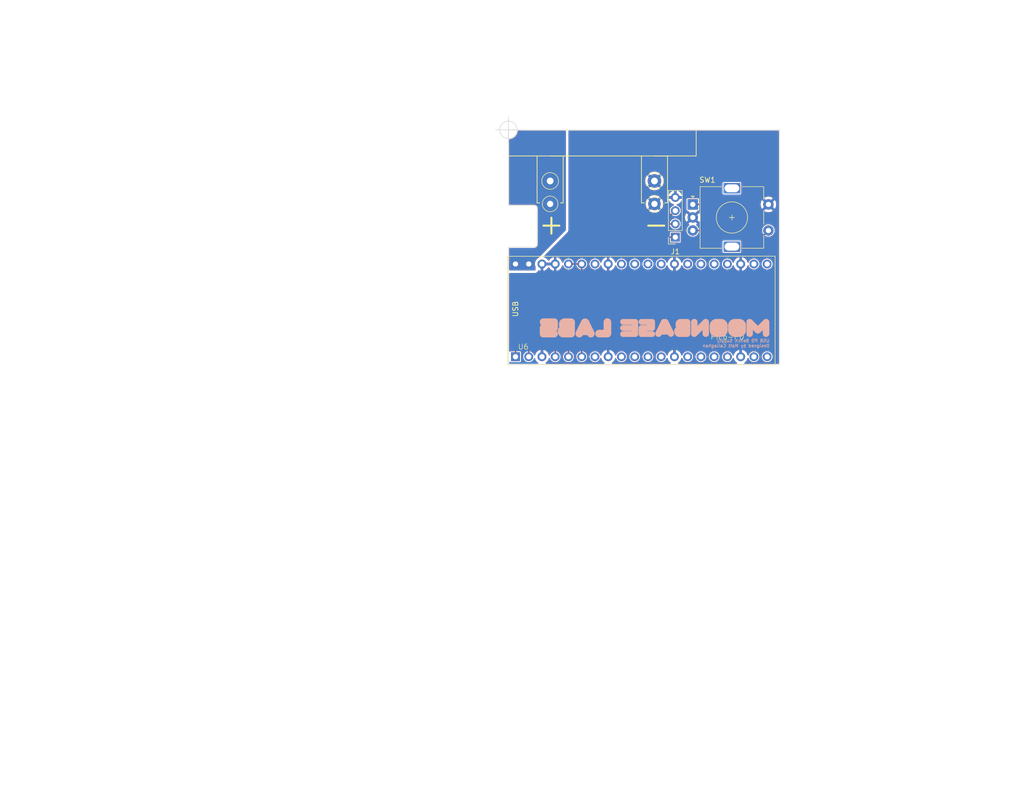
<source format=kicad_pcb>
(kicad_pcb (version 20221018) (generator pcbnew)
  (title_block (title "ESP32 LED driver board") (date "2022-01-01") (rev "1") (company "Matt Callaghan"))
  (layers (0 "F.Cu" signal) (31 "B.Cu" signal) (34 "B.Paste" user) (35 "F.Paste" user) (36 "B.SilkS" user "B.Silkscreen") (37 "F.SilkS" user "F.Silkscreen") (38 "B.Mask" user) (39 "F.Mask" user) (44 "Edge.Cuts" user))
  (net 0 "")
  (net 1 "GND")
  (net 2 "+3V3")
  (net 25 "/ENC_A")
  (net 26 "/ENC_B")
  (net 27 "/ENC_SW")
  (net 28 "/SCL")
  (net 29 "/SDA")
  (net 30 "/VBUS")
  (footprint "Connector_Pin:Pin_D1.0mm_L10.0mm_LooseFit" (layer "F.Cu") (at 138 74.2)
    (fp_text reference "J5" hide)
    (fp_text value "Conn_01x01")
  )
  (footprint "Connector_Pin:Pin_D1.3mm_L11.0mm" (layer "F.Cu") (at 138 69.8)
    (fp_text reference "J4" hide)
    (fp_text value "Conn_01x01")
  )
  (footprint "Matts_Library:Pico-PD" (layer "F.Cu") (at 111.351 103.5)
    (fp_text reference "U6")
    (fp_text value "~" hide)
  )
  (footprint "Connector_PinSocket_2.54mm:PinSocket_1x04_P2.54mm_Vertical" (layer "F.Cu") (at 142 80.58 180)
    (fp_text reference "J1")
    (fp_text value "Conn_01x04")
  )
  (footprint "Connector_Pin:Pin_D1.0mm_L10.0mm_LooseFit" (layer "F.Cu") (at 118 74.2)
    (fp_text reference "J3" hide)
    (fp_text value "Conn_01x01")
  )
  (footprint "Connector_Pin:Pin_D1.3mm_L11.0mm" (layer "F.Cu") (at 118 69.8)
    (fp_text reference "J2" hide)
    (fp_text value "Conn_01x01")
  )
  (footprint "Matts_Library:RotaryEncoder_Alps_EC11E-Switch_Vertical_H15mm" (layer "F.Cu") (at 145.35 74.3)
    (fp_text reference "SW1")
    (fp_text value "RotaryEncoder_Switch")
  )
  (gr_poly (pts (xy 129.470381 99.033531) (xy 129.467561 99.009226) (xy 129.463617 98.985312) (xy 129.458578 98.961814) (xy 129.452472 98.938757) (xy 129.445326 98.916167) (xy 129.437171 98.894071) (xy 129.428033 98.872492) (xy 129.417942 98.851457) (xy 129.406925 98.830992) (xy 129.395012 98.811122) (xy 129.38223 98.791872) (xy 129.368608 98.773269) (xy 129.354174 98.755337) (xy 129.338957 98.738103) (xy 129.322985 98.721592) (xy 129.306286 98.70583) (xy 129.288889 98.690842) (xy 129.270822 98.676653) (xy 129.252113 98.66329) (xy 129.232792 98.650779) (xy 129.212885 98.639143) (xy 129.192423 98.62841) (xy 129.171432 98.618605) (xy 129.149942 98.609753) (xy 129.12798 98.60188) (xy 129.105576 98.595011) (xy 129.082757 98.589173) (xy 129.059552 98.584391) (xy 129.035989 98.580689) (xy 129.012097 98.578095) (xy 128.987904 98.576634) (xy 128.963438 98.57633) (xy 128.61313 98.576331) (xy 128.606614 98.576495) (xy 128.600182 98.576982) (xy 128.593844 98.577786) (xy 128.587606 98.578896) (xy 128.581478 98.580307) (xy 128.575466 98.582009) (xy 128.569578 98.583995) (xy 128.563824 98.586257) (xy 128.55821 98.588787) (xy 128.552744 98.591577) (xy 128.547435 98.59462) (xy 128.54229 98.597907) (xy 128.537318 98.60143) (xy 128.532526 98.605182) (xy 128.527922 98.609155) (xy 128.523514 98.61334) (xy 128.51931 98.617731) (xy 128.515318 98.622318) (xy 128.511546 98.627094) (xy 128.508001 98.632052) (xy 128.504693 98.637183) (xy 128.501628 98.642479) (xy 128.498815 98.647933) (xy 128.496261 98.653537) (xy 128.493975 98.659282) (xy 128.491964 98.665161) (xy 128.490237 98.671165) (xy 128.488801 98.677288) (xy 128.487664 98.683521) (xy 128.486834 98.689856) (xy 128.48632 98.696285) (xy 128.486128 98.702801) (xy 128.486128 99.053639) (xy 128.486432 99.078105) (xy 128.487894 99.102298) (xy 128.490488 99.126191) (xy 128.49419 99.149753) (xy 128.498972 99.172959) (xy 128.504811 99.195778) (xy 128.511679 99.218182) (xy 128.519552 99.240144) (xy 128.528405 99.261634) (xy 128.53821 99.282625) (xy 128.548943 99.303088) (xy 128.560579 99.322994) (xy 128.573091 99.342316) (xy 128.586454 99.361024) (xy 128.600642 99.379091) (xy 128.61563 99.396488) (xy 128.631393 99.413187) (xy 128.647904 99.429159) (xy 128.665138 99.444377) (xy 128.683069 99.45881) (xy 128.701673 99.472432) (xy 128.720922 99.485214) (xy 128.740792 99.497128) (xy 128.761258 99.508144) (xy 128.782292 99.518235) (xy 128.803871 99.527373) (xy 128.825968 99.535528) (xy 128.848557 99.542673) (xy 128.871614 99.548779) (xy 128.895112 99.553818) (xy 128.919026 99.557762) (xy 128.94333 99.560581) (xy 128.970047 99.561849) (xy 128.996654 99.56167) (xy 129.023097 99.560064) (xy 129.049323 99.557051) (xy 129.075279 99.552651) (xy 129.100911 99.546884) (xy 129.126166 99.539769) (xy 129.15099 99.531326) (xy 129.17533 99.521575) (xy 129.199133 99.510535) (xy 129.222345 99.498228) (xy 129.244912 99.484671) (xy 129.266781 99.469885) (xy 129.2879 99.45389) (xy 129.308213 99.436705) (xy 129.327669 99.418351) (xy 129.346101 99.398969) (xy 129.363367 99.378725) (xy 129.379446 99.357671) (xy 129.394319 99.335861) (xy 129.407966 99.313349) (xy 129.420367 99.290187) (xy 129.431502 99.266429) (xy 129.44135 99.242128) (xy 129.449892 99.217338) (xy 129.457108 99.192112) (xy 129.462978 99.166504) (xy 129.467482 99.140566) (xy 129.4706 99.114352) (xy 129.472312 99.087915) (xy 129.472597 99.06131) (xy 129.471437 99.034588) (xy 129.470381 99.033531)) (stroke (width 0.052916)) (fill solid) (layer "B.SilkS"))
  (gr_poly (pts (xy 127.360066 99.562697) (xy 128.476604 99.562697) (xy 128.452979 99.537525) (xy 128.430712 99.511338) (xy 128.409826 99.484191) (xy 128.390344 99.456141) (xy 128.372289 99.427244) (xy 128.355684 99.397555) (xy 128.340553 99.367132) (xy 128.326918 99.33603) (xy 128.314801 99.304305) (xy 128.304227 99.272014) (xy 128.295219 99.239212) (xy 128.287798 99.205956) (xy 128.281989 99.172302) (xy 128.277814 99.138306) (xy 128.275296 99.104024) (xy 128.274458 99.069513) (xy 128.274464 98.576859) (xy 127.36006 98.576859) (xy 127.335293 98.578285) (xy 127.310876 98.580907) (xy 127.286837 98.584698) (xy 127.263206 98.589627) (xy 127.240011 98.595665) (xy 127.21728 98.602781) (xy 127.195043 98.610948) (xy 127.173327 98.620134) (xy 127.152161 98.630311) (xy 127.131574 98.641449) (xy 127.111595 98.653519) (xy 127.092252 98.66649) (xy 127.073574 98.680333) (xy 127.055589 98.69502) (xy 127.038326 98.710519) (xy 127.021813 98.726802) (xy 127.00608 98.743839) (xy 126.991154 98.7616) (xy 126.977065 98.780057) (xy 126.96384 98.799179) (xy 126.95151 98.818936) (xy 126.940101 98.8393) (xy 126.929643 98.860241) (xy 126.920165 98.881728) (xy 126.911694 98.903733) (xy 126.904261 98.926227) (xy 126.897892 98.949178) (xy 126.892617 98.972559) (xy 126.888465 98.996339) (xy 126.885463 99.020489) (xy 126.883641 99.044979) (xy 126.883028 99.069779) (xy 126.883641 99.09458) (xy 126.885463 99.11907) (xy 126.888465 99.143219) (xy 126.892617 99.166999) (xy 126.897892 99.19038) (xy 126.904261 99.213331) (xy 126.911695 99.235825) (xy 126.920165 99.25783) (xy 126.929644 99.279317) (xy 126.940102 99.300258) (xy 126.951511 99.320622) (xy 126.963842 99.340379) (xy 126.977066 99.359501) (xy 126.991156 99.377957) (xy 127.006081 99.395718) (xy 127.021815 99.412755) (xy 127.038328 99.429038) (xy 127.055591 99.444537) (xy 127.073576 99.459224) (xy 127.092255 99.473067) (xy 127.111598 99.486038) (xy 127.131578 99.498107) (xy 127.152165 99.509245) (xy 127.173331 99.519422) (xy 127.195047 99.528609) (xy 127.217285 99.536775) (xy 127.240016 99.543892) (xy 127.263211 99.54993) (xy 127.286843 99.554858) (xy 127.310881 99.558649) (xy 127.335299 99.561272) (xy 127.360066 99.562697)) (stroke (width 0.052916)) (fill solid) (layer "B.SilkS"))
  (gr_poly (pts (xy 125.655089 99.537296) (xy 125.678363 99.544744) (xy 125.701874 99.550999) (xy 125.72558 99.556063) (xy 125.749435 99.55994) (xy 125.773396 99.562632) (xy 125.797418 99.564141) (xy 125.821458 99.56447) (xy 125.845472 99.563622) (xy 125.869416 99.5616) (xy 125.893245 99.558406) (xy 125.916916 99.554043) (xy 125.940385 99.548513) (xy 125.963608 99.541819) (xy 125.98654 99.533963) (xy 126.009138 99.524949) (xy 126.031358 99.514779) (xy 126.053044 99.503516) (xy 126.074051 99.491244) (xy 126.094351 99.477995) (xy 126.113913 99.463803) (xy 126.132709 99.448701) (xy 126.15071 99.432722) (xy 126.167886 99.415899) (xy 126.184209 99.398266) (xy 126.199649 99.379854) (xy 126.214177 99.360697) (xy 126.227764 99.340829) (xy 126.240381 99.320281) (xy 126.251999 99.299089) (xy 126.262588 99.277283) (xy 126.27212 99.254899) (xy 126.280565 99.231967) (xy 126.286987 99.212168) (xy 126.292552 99.192179) (xy 126.297261 99.172028) (xy 126.301114 99.15174) (xy 126.304111 99.131344) (xy 126.306252 99.110867) (xy 126.307536 99.090336) (xy 126.307964 99.069777) (xy 126.307536 99.049219) (xy 126.306252 99.028688) (xy 126.304111 99.00821) (xy 126.301114 98.987815) (xy 126.297261 98.967527) (xy 126.292552 98.947376) (xy 126.286987 98.927387) (xy 126.280565 98.907588) (xy 126.271838 98.931186) (xy 126.26225 98.954279) (xy 126.251823 98.976853) (xy 126.240578 98.99889) (xy 126.228538 99.020375) (xy 126.215725 99.041292) (xy 126.20216 99.061626) (xy 126.187867 99.08136) (xy 126.172868 99.100479) (xy 126.157183 99.118967) (xy 126.140836 99.136809) (xy 126.123849 99.153988) (xy 126.106243 99.170488) (xy 126.088041 99.186295) (xy 126.069265 99.201391) (xy 126.049937 99.215762) (xy 126.030079 99.229391) (xy 126.009713 99.242262) (xy 125.988862 99.254361) (xy 125.967547 99.26567) (xy 125.945791 99.276175) (xy 125.923615 99.28586) (xy 125.901043 99.294707) (xy 125.878095 99.302703) (xy 125.854794 99.309831) (xy 125.831162 99.316075) (xy 125.807222 99.32142) (xy 125.782995 99.325849) (xy 125.758503 99.329347) (xy 125.733769 99.331898) (xy 125.708815 99.333486) (xy 125.683662 99.334096) (xy 125.399501 99.334096) (xy 125.410972 99.351657) (xy 125.423148 99.368653) (xy 125.436007 99.385066) (xy 125.449525 99.400878) (xy 125.46368 99.416071) (xy 125.478451 99.430628) (xy 125.493815 99.444531) (xy 125.50975 99.457762) (xy 125.526233 99.470304) (xy 125.543242 99.482138) (xy 125.560754 99.493247) (xy 125.578748 99.503614) (xy 125.5972 99.513219) (xy 125.61609 99.522047) (xy 125.635393 99.530078) (xy 125.655089 99.537296)) (stroke (width 0.052916)) (fill solid) (layer "B.SilkS"))
  (gr_poly (pts (xy 135.520341 97.459789) (xy 136.458028 97.459789) (xy 136.460983 97.459715) (xy 136.463919 97.459495) (xy 136.466829 97.459132) (xy 136.469709 97.458626) (xy 136.472554 97.457981) (xy 136.475359 97.457198) (xy 136.47812 97.456279) (xy 136.48083 97.455227) (xy 136.483485 97.454043) (xy 136.486081 97.452729) (xy 136.488612 97.451288) (xy 136.491074 97.449722) (xy 136.49346 97.448032) (xy 136.495768 97.446221) (xy 136.49799 97.44429) (xy 136.500124 97.442243) (xy 136.502152 97.440091) (xy 136.504063 97.437852) (xy 136.505853 97.435528) (xy 136.507522 97.433127) (xy 136.509066 97.430652) (xy 136.510485 97.428108) (xy 136.511775 97.425501) (xy 136.512936 97.422835) (xy 136.513964 97.420116) (xy 136.514858 97.417348) (xy 136.515616 97.414536) (xy 136.516236 97.411685) (xy 136.516715 97.4088) (xy 136.517053 97.405887) (xy 136.517246 97.402949) (xy 136.517293 97.399993) (xy 136.517216 97.396943) (xy 136.516987 97.393933) (xy 136.51661 97.390967) (xy 136.516089 97.388048) (xy 136.515427 97.385181) (xy 136.514628 97.382368) (xy 136.513696 97.379615) (xy 136.512635 97.376923) (xy 136.511448 97.374298) (xy 136.510139 97.371742) (xy 136.508712 97.36926) (xy 136.507171 97.366856) (xy 136.505518 97.364532) (xy 136.503759 97.362293) (xy 136.501896 97.360143) (xy 136.499934 97.358084) (xy 136.497876 97.356122) (xy 136.495725 97.354259) (xy 136.493486 97.3525) (xy 136.491163 97.350847) (xy 136.488758 97.349306) (xy 136.486276 97.347879) (xy 136.483721 97.34657) (xy 136.481096 97.345383) (xy 136.478404 97.344322) (xy 136.475651 97.34339) (xy 136.472838 97.342591) (xy 136.469971 97.34193) (xy 136.467053 97.341408) (xy 136.464087 97.341031) (xy 136.461077 97.340803) (xy 136.458028 97.340725) (xy 135.53622 97.340726) (xy 135.511701 97.340476) (xy 135.487421 97.33913) (xy 135.463406 97.33671) (xy 135.439684 97.333239) (xy 135.41628 97.328738) (xy 135.39322 97.323229) (xy 135.370532 97.316733) (xy 135.348241 97.309273) (xy 135.326374 97.300871) (xy 135.304958 97.291548) (xy 135.284018 97.281327) (xy 135.263582 97.270228) (xy 135.243675 97.258275) (xy 135.224325 97.245489) (xy 135.205557 97.231891) (xy 135.187398 97.217504) (xy 135.169874 97.20235) (xy 135.153013 97.18645) (xy 135.136839 97.169826) (xy 135.12138 97.1525) (xy 135.106662 97.134495) (xy 135.092712 97.115831) (xy 135.079555 97.096531) (xy 135.067219 97.076617) (xy 135.055729 97.056111) (xy 135.045113 97.035034) (xy 135.035396 97.013408) (xy 135.026606 96.991255) (xy 135.018767 96.968597) (xy 135.011908 96.945457) (xy 135.006054 96.921855) (xy 135.001231 96.897814) (xy 134.997665 96.869323) (xy 134.995656 96.84083) (xy 134.995186 96.812395) (xy 134.99624 96.784075) (xy 134.9988 96.755929) (xy 135.00285 96.728017) (xy 135.008372 96.700396) (xy 135.015351 96.673126) (xy 135.023769 96.646266) (xy 135.03361 96.619873) (xy 135.044857 96.594008) (xy 135.057493 96.568729) (xy 135.071502 96.544093) (xy 135.086866 96.520161) (xy 135.10357 96.496992) (xy 135.121596 96.474642) (xy 135.140806 96.453302) (xy 135.161036 96.433138) (xy 135.182231 96.414175) (xy 135.204335 96.39644) (xy 135.227292 96.379958) (xy 135.251049 96.364754) (xy 135.275548 96.350856) (xy 135.300735 96.338288) (xy 135.326554 96.327076) (xy 135.35295 96.317247) (xy 135.379868 96.308825) (xy 135.407252 96.301838) (xy 135.435047 96.29631) (xy 135.463198 96.292268) (xy 135.491649 96.289737) (xy 135.520344 96.288743) (xy 137.567158 96.288743) (xy 137.594157 96.289582) (xy 137.6208 96.291752) (xy 137.647053 96.295221) (xy 137.672885 96.299956) (xy 137.698263 96.305925) (xy 137.723155 96.313096) (xy 137.747527 96.321435) (xy 137.771349 96.33091) (xy 137.794586 96.34149) (xy 137.817207 96.35314) (xy 137.839179 96.36583) (xy 137.86047 96.379525) (xy 137.881046 96.394195) (xy 137.900877 96.409806) (xy 137.919928 96.426326) (xy 137.938168 96.443722) (xy 137.955565 96.461962) (xy 137.972084 96.481014) (xy 137.987695 96.500844) (xy 138.002365 96.521421) (xy 138.016061 96.542712) (xy 138.028751 96.564684) (xy 138.040401 96.587305) (xy 138.050981 96.610542) (xy 138.060457 96.634364) (xy 138.068796 96.658737) (xy 138.075966 96.683628) (xy 138.081936 96.709007) (xy 138.086671 96.734839) (xy 138.09014 96.761093) (xy 138.092311 96.787735) (xy 138.09315 96.814734) (xy 138.09315 96.823201) (xy 138.09315 96.832197) (xy 138.09315 97.968318) (xy 138.09315 97.976785) (xy 138.09315 97.98578) (xy 138.092285 98.012759) (xy 138.090092 98.039381) (xy 138.086601 98.065614) (xy 138.081846 98.091425) (xy 138.075859 98.116781) (xy 138.068673 98.141651) (xy 138.060321 98.166001) (xy 138.050833 98.1898) (xy 138.040244 98.213015) (xy 138.028585 98.235614) (xy 138.015889 98.257564) (xy 138.002188 98.278833) (xy 137.987515 98.299388) (xy 137.971903 98.319197) (xy 137.955383 98.338228) (xy 137.937988 98.356448) (xy 137.91975 98.373825) (xy 137.900703 98.390326) (xy 137.880878 98.405919) (xy 137.860308 98.420571) (xy 137.839026 98.434251) (xy 137.817063 98.446925) (xy 137.794452 98.458561) (xy 137.771226 98.469128) (xy 137.747418 98.478591) (xy 137.723058 98.48692) (xy 137.698181 98.494081) (xy 137.672819 98.500043) (xy 137.647003 98.504772) (xy 137.620766 98.508237) (xy 137.594142 98.510404) (xy 137.567161 98.511242) (xy 136.65699 98.511243) (xy 136.653992 98.511423) (xy 136.651037 98.511748) (xy 136.648128 98.512215) (xy 136.645268 98.512818) (xy 136.642461 98.513556) (xy 136.639711 98.514424) (xy 136.637021 98.515419) (xy 136.634394 98.516537) (xy 136.631834 98.517774) (xy 136.629344 98.519128) (xy 136.626927 98.520594) (xy 136.624588 98.522169) (xy 136.622329 98.52385) (xy 136.620155 98.525632) (xy 136.618068 98.527512) (xy 136.616072 98.529487) (xy 136.61417 98.531554) (xy 136.612366 98.533707) (xy 136.610663 98.535944) (xy 136.609065 98.538262) (xy 136.607575 98.540657) (xy 136.606197 98.543124) (xy 136.604934 98.545661) (xy 136.603789 98.548264) (xy 136.602766 98.55093) (xy 136.601869 98.553655) (xy 136.601101 98.556434) (xy 136.600464 98.559266) (xy 136.599964 98.562145) (xy 136.599603 98.56507) (xy 136.599384 98.568035) (xy 136.599312 98.571037) (xy 136.599312 98.571038) (xy 136.599389 98.574097) (xy 136.599617 98.577115) (xy 136.599993 98.580091) (xy 136.600512 98.583019) (xy 136.601173 98.585896) (xy 136.601969 98.588719) (xy 136.602899 98.591484) (xy 136.603958 98.594187) (xy 136.605142 98.596824) (xy 136.606449 98.599392) (xy 136.607873 98.601887) (xy 136.609412 98.604305) (xy 136.611062 98.606643) (xy 136.612819 98.608896) (xy 136.61468 98.611062) (xy 136.61664 98.613136) (xy 136.618697 98.615114) (xy 136.620846 98.616994) (xy 136.623084 98.618771) (xy 136.625407 98.620441) (xy 136.627811 98.622002) (xy 136.630294 98.623448) (xy 136.63285 98.624777) (xy 136.635477 98.625985) (xy 136.63817 98.627067) (xy 136.640926 98.628021) (xy 136.643742 98.628843) (xy 136.646614 98.629528) (xy 136.649537 98.630074) (xy 136.652509 98.630476) (xy 136.655525 98.630731) (xy 136.658583 98.630834) (xy 137.551814 98.630834) (xy 137.576336 98.631056) (xy 137.600621 98.632374) (xy 137.624641 98.634767) (xy 137.64837 98.638211) (xy 137.671782 98.642687) (xy 137.694851 98.648171) (xy 137.717549 98.654642) (xy 137.739851 98.662077) (xy 137.761729 98.670456) (xy 137.783158 98.679757) (xy 137.804112 98.689957) (xy 137.824563 98.701034) (xy 137.844485 98.712967) (xy 137.863851 98.725734) (xy 137.882636 98.739313) (xy 137.900813 98.753682) (xy 137.918355 98.76882) (xy 137.935236 98.784704) (xy 137.951429 98.801312) (xy 137.966908 98.818624) (xy 137.981647 98.836616) (xy 137.995618 98.855267) (xy 138.008797 98.874555) (xy 138.021155 98.894459) (xy 138.032667 98.914956) (xy 138.043306 98.936025) (xy 138.053046 98.957644) (xy 138.06186 98.97979) (xy 138.069722 99.002443) (xy 138.076606 99.02558) (xy 138.082484 99.049179) (xy 138.087331 99.073219) (xy 138.090898 99.101726) (xy 138.092907 99.130236) (xy 138.093374 99.158688) (xy 138.092317 99.187024) (xy 138.089752 99.215185) (xy 138.085695 99.243113) (xy 138.080164 99.270748) (xy 138.073175 99.298032) (xy 138.064745 99.324905) (xy 138.05489 99.35131) (xy 138.043629 99.377186) (xy 138.030976 99.402476) (xy 138.01695 99.427119) (xy 138.001567 99.451059) (xy 137.984843 99.474235) (xy 137.966795 99.496588) (xy 137.947562 99.517931) (xy 137.927309 99.538096) (xy 137.906091 99.557057) (xy 137.883963 99.574789) (xy 137.860981 99.591266) (xy 137.837201 99.606462) (xy 137.812678 99.620351) (xy 137.787467 99.632908) (xy 137.761624 99.644106) (xy 137.735205 99.65392) (xy 137.708264 99.662324) (xy 137.680858 99.669292) (xy 137.653042 99.674798) (xy 137.624871 99.678817) (xy 137.5964 99.681323) (xy 137.567686 99.682289) (xy 135.510817 99.682289) (xy 135.484317 99.681566) (xy 135.458165 99.679529) (xy 135.432394 99.676209) (xy 135.407036 99.67164) (xy 135.382123 99.665853) (xy 135.357688 99.65888) (xy 135.333762 99.650753) (xy 135.310378 99.641505) (xy 135.287568 99.631168) (xy 135.265365 99.619774) (xy 135.243799 99.607356) (xy 135.222904 99.593945) (xy 135.202712 99.579573) (xy 135.183255 99.564274) (xy 135.164565 99.548079) (xy 135.146674 99.531019) (xy 135.129615 99.513129) (xy 135.11342 99.494439) (xy 135.09812 99.474982) (xy 135.083749 99.454789) (xy 135.070338 99.433895) (xy 135.057919 99.412329) (xy 135.046526 99.390126) (xy 135.036189 99.367316) (xy 135.026941 99.343932) (xy 135.018814 99.320006) (xy 135.011841 99.295571) (xy 135.006054 99.270659) (xy 135.001485 99.245301) (xy 134.998165 99.21953) (xy 134.996128 99.193379) (xy 134.995405 99.166879) (xy 134.995409 97.98578) (xy 134.996245 97.958819) (xy 134.998409 97.932213) (xy 135.001869 97.905994) (xy 135.006592 97.880195) (xy 135.012545 97.854848) (xy 135.019697 97.829986) (xy 135.028015 97.805641) (xy 135.037467 97.781845) (xy 135.048019 97.75863) (xy 135.059641 97.73603) (xy 135.0723 97.714077) (xy 135.085963 97.692802) (xy 135.100598 97.672239) (xy 135.116173 97.652419) (xy 135.132655 97.633376) (xy 135.150012 97.615141) (xy 135.168212 97.597747) (xy 135.187222 97.581227) (xy 135.20701 97.565612) (xy 135.227544 97.550936) (xy 135.248791 97.53723) (xy 135.270719 97.524527) (xy 135.293296 97.512859) (xy 135.316489 97.502259) (xy 135.340266 97.49276) (xy 135.364595 97.484393) (xy 135.389443 97.477191) (xy 135.414778 97.471186) (xy 135.440568 97.466411) (xy 135.46678 97.462898) (xy 135.493382 97.46068) (xy 135.520341 97.459789)) (stroke (width 0.052916)) (fill solid) (layer "B.SilkS"))
  (gr_poly (pts (xy 128.979314 96.387697) (xy 128.953946 96.388365) (xy 128.928911 96.390293) (xy 128.904241 96.39345) (xy 128.879966 96.397805) (xy 128.856117 96.403328) (xy 128.832724 96.409988) (xy 128.80982 96.417753) (xy 128.787435 96.426594) (xy 128.765599 96.436478) (xy 128.744343 96.447375) (xy 128.723699 96.459254) (xy 128.703698 96.472085) (xy 128.684369 96.485836) (xy 128.665745 96.500476) (xy 128.647855 96.515975) (xy 128.630732 96.532302) (xy 128.614405 96.549425) (xy 128.598906 96.567314) (xy 128.584266 96.585938) (xy 128.570515 96.605267) (xy 128.557684 96.625268) (xy 128.545804 96.645912) (xy 128.534907 96.667167) (xy 128.525023 96.689003) (xy 128.516183 96.711388) (xy 128.508417 96.734292) (xy 128.501757 96.757684) (xy 128.496234 96.781533) (xy 128.491878 96.805808) (xy 128.488721 96.830478) (xy 128.486793 96.855512) (xy 128.486125 96.88088) (xy 128.486128 98.365721) (xy 128.979314 98.365721) (xy 129.013794 98.366564) (xy 129.048045 98.369086) (xy 129.08201 98.373264) (xy 129.115633 98.379077) (xy 129.148857 98.3865) (xy 129.181627 98.39551) (xy 129.213886 98.406085) (xy 129.245578 98.418202) (xy 129.276647 98.431837) (xy 129.307036 98.446968) (xy 129.336691 98.46357) (xy 129.365554 98.481623) (xy 129.393569 98.501101) (xy 129.420681 98.521983) (xy 129.446832 98.544245) (xy 129.471968 98.567864) (xy 129.471968 96.88088) (xy 129.471302 96.855533) (xy 129.469379 96.830518) (xy 129.466227 96.805867) (xy 129.461879 96.781609) (xy 129.456364 96.757777) (xy 129.449715 96.734401) (xy 129.441961 96.711511) (xy 129.433134 96.689139) (xy 129.423264 96.667315) (xy 129.412382 96.646071) (xy 129.400519 96.625437) (xy 129.387705 96.605443) (xy 129.373972 96.586122) (xy 129.359351 96.567503) (xy 129.343872 96.549618) (xy 129.327565 96.532497) (xy 129.310463 96.516172) (xy 129.292595 96.500672) (xy 129.273992 96.48603) (xy 129.254686 96.472275) (xy 129.234707 96.459439) (xy 129.214085 96.447553) (xy 129.192852 96.436646) (xy 129.171039 96.426751) (xy 129.148676 96.417898) (xy 129.125794 96.410118) (xy 129.102424 96.403442) (xy 129.078597 96.3979) (xy 129.054343 96.393524) (xy 129.029694 96.390344) (xy 129.00468 96.388391) (xy 128.979332 96.387696) (xy 128.979314 96.387697)) (stroke (width 0.052916)) (fill solid) (layer "B.SilkS"))
  (gr_poly (pts (xy 125.682075 99.12243) (xy 125.71091 99.121451) (xy 125.739227 99.118558) (xy 125.766964 99.113815) (xy 125.794056 99.107284) (xy 125.82044 99.099031) (xy 125.846052 99.089118) (xy 125.870827 99.077609) (xy 125.894702 99.064569) (xy 125.917612 99.05006) (xy 125.939494 99.034147) (xy 125.960284 99.016893) (xy 125.979918 98.998363) (xy 125.998332 98.978619) (xy 126.015462 98.957726) (xy 126.031244 98.935748) (xy 126.045613 98.912748) (xy 126.058507 98.888789) (xy 126.069862 98.863936) (xy 126.079612 98.838253) (xy 126.087694 98.811803) (xy 126.094045 98.78465) (xy 126.098601 98.756857) (xy 126.101296 98.728489) (xy 126.102069 98.699609) (xy 126.100853 98.670281) (xy 126.097587 98.640569) (xy 126.092204 98.610536) (xy 126.084643 98.580247) (xy 126.074838 98.549765) (xy 126.062726 98.519153) (xy 126.048243 98.488476) (xy 126.031325 98.457797) (xy 126.024792 98.447637) (xy 126.017961 98.437735) (xy 126.010839 98.428097) (xy 126.003436 98.418726) (xy 125.995758 98.409626) (xy 125.987814 98.400802) (xy 125.979612 98.392259) (xy 125.971159 98.384001) (xy 125.953533 98.368356) (xy 125.935002 98.353903) (xy 125.915627 98.340677) (xy 125.895474 98.328713) (xy 125.874605 98.318046) (xy 125.853083 98.308712) (xy 125.830974 98.300744) (xy 125.80834 98.294179) (xy 125.796845 98.291433) (xy 125.785244 98.289051) (xy 125.773543 98.287037) (xy 125.761751 98.285396) (xy 125.749875 98.284132) (xy 125.737924 98.283248) (xy 125.725905 98.282751) (xy 125.713826 98.282643) (xy 125.010564 98.282643) (xy 125.005267 98.282826) (xy 125.000031 98.283343) (xy 124.994871 98.284187) (xy 124.989798 98.28535) (xy 124.984827 98.286825) (xy 124.979972 98.288603) (xy 124.975247 98.290678) (xy 124.970663 98.293041) (xy 124.966237 98.295686) (xy 124.96198 98.298605) (xy 124.957906 98.30179) (xy 124.95403 98.305233) (xy 124.950365 98.308927) (xy 124.946924 98.312865) (xy 124.943721 98.317038) (xy 124.94077 98.32144) (xy 124.938107 98.326022) (xy 124.935759 98.33073) (xy 124.933728 98.335548) (xy 124.932013 98.340462) (xy 124.930617 98.345454) (xy 124.929539 98.350511) (xy 124.928781 98.355616) (xy 124.928343 98.360754) (xy 124.928227 98.365909) (xy 124.928432 98.371066) (xy 124.928961 98.37621) (xy 124.929814 98.381324) (xy 124.930991 98.386393) (xy 124.932494 98.391402) (xy 124.934323 98.396334) (xy 124.936479 98.401176) (xy 125.260329 99.063693) (xy 125.262059 99.067025) (xy 125.263896 99.070279) (xy 125.265838 99.073452) (xy 125.267882 99.076542) (xy 125.270025 99.079547) (xy 125.272265 99.082467) (xy 125.274597 99.085298) (xy 125.27702 99.08804) (xy 125.279531 99.090691) (xy 125.282127 99.093249) (xy 125.284805 99.095711) (xy 125.287563 99.098077) (xy 125.290397 99.100345) (xy 125.293305 99.102513) (xy 125.296283 99.104578) (xy 125.29933 99.106541) (xy 125.302442 99.108398) (xy 125.305617 99.110148) (xy 125.308851 99.111789) (xy 125.312142 99.113319) (xy 125.315487 99.114738) (xy 125.318884 99.116042) (xy 125.322329 99.11723) (xy 125.325819 99.118301) (xy 125.329352 99.119253) (xy 125.332926 99.120084) (xy 125.336536 99.120792) (xy 125.340181 99.121376) (xy 125.343858 99.121833) (xy 125.347563 99.122163) (xy 125.351295 99.122362) (xy 125.355049 99.122431) (xy 125.682075 99.12243)) (stroke (width 0.052916)) (fill solid) (layer "B.SilkS"))
  (gr_poly (pts (xy 117.082588 99.566402) (xy 117.103653 99.565843) (xy 117.124442 99.564238) (xy 117.144927 99.561613) (xy 117.165085 99.557992) (xy 117.184889 99.553403) (xy 117.204313 99.54787) (xy 117.223332 99.541419) (xy 117.241921 99.534076) (xy 117.260053 99.525866) (xy 117.277703 99.516815) (xy 117.294846 99.506949) (xy 117.311455 99.496293) (xy 117.327505 99.484873) (xy 117.342971 99.472715) (xy 117.357827 99.459844) (xy 117.372046 99.446286) (xy 117.385604 99.432066) (xy 117.398475 99.417211) (xy 117.410634 99.401745) (xy 117.422054 99.385694) (xy 117.432709 99.369085) (xy 117.442575 99.351943) (xy 117.451626 99.334292) (xy 117.459836 99.31616) (xy 117.467179 99.297571) (xy 117.47363 99.278552) (xy 117.479163 99.259128) (xy 117.483752 99.239324) (xy 117.487372 99.219166) (xy 117.489998 99.19868) (xy 117.491603 99.177892) (xy 117.492161 99.156827) (xy 117.492161 98.765244) (xy 117.492033 98.760179) (xy 117.491653 98.75518) (xy 117.491027 98.750254) (xy 117.490162 98.745407) (xy 117.489063 98.740645) (xy 117.487737 98.735975) (xy 117.486189 98.731401) (xy 117.484427 98.726932) (xy 117.482456 98.722572) (xy 117.480283 98.718328) (xy 117.477913 98.714206) (xy 117.475353 98.710213) (xy 117.472609 98.706354) (xy 117.469687 98.702636) (xy 117.466593 98.699064) (xy 117.463335 98.695646) (xy 117.459916 98.692387) (xy 117.456345 98.689294) (xy 117.452627 98.686372) (xy 117.448768 98.683628) (xy 117.444775 98.681067) (xy 117.440653 98.678697) (xy 117.43641 98.676524) (xy 117.43205 98.674553) (xy 117.42758 98.67279) (xy 117.423007 98.671243) (xy 117.418337 98.669917) (xy 117.413575 98.668817) (xy 117.408728 98.667952) (xy 117.403802 98.667326) (xy 117.398804 98.666946) (xy 117.393739 98.666818) (xy 116.679893 98.666818) (xy 116.658296 98.667404) (xy 116.63698 98.669143) (xy 116.61597 98.672007) (xy 116.595295 98.675968) (xy 116.57498 98.680997) (xy 116.555052 98.687067) (xy 116.535538 98.694149) (xy 116.516464 98.702215) (xy 116.497856 98.711236) (xy 116.479742 98.721185) (xy 116.462147 98.732034) (xy 116.445099 98.743753) (xy 116.428623 98.756316) (xy 116.412747 98.769693) (xy 116.397497 98.783857) (xy 116.382899 98.798779) (xy 116.368981 98.814432) (xy 116.355768 98.830786) (xy 116.343287 98.847814) (xy 116.331564 98.865488) (xy 116.320627 98.883779) (xy 116.310502 98.90266) (xy 116.301215 98.922101) (xy 116.292793 98.942076) (xy 116.285262 98.962555) (xy 116.278649 98.98351) (xy 116.272981 99.004914) (xy 116.268284 99.026737) (xy 116.264584 99.048953) (xy 116.261909 99.071532) (xy 116.260284 99.094446) (xy 116.259737 99.117668) (xy 116.259607 99.140027) (xy 116.260596 99.162129) (xy 116.262676 99.183945) (xy 116.265822 99.205447) (xy 116.270007 99.226608) (xy 116.275205 99.2474) (xy 116.28139 99.267794) (xy 116.288536 99.287762) (xy 116.296616 99.307277) (xy 116.305603 99.32631) (xy 116.315473 99.344833) (xy 116.326197 99.362818) (xy 116.337751 99.380238) (xy 116.350108 99.397064) (xy 116.363242 99.413267) (xy 116.377126 99.428821) (xy 116.391734 99.443697) (xy 116.40704 99.457867) (xy 116.423017 99.471302) (xy 116.43964 99.483976) (xy 116.456882 99.495859) (xy 116.474717 99.506924) (xy 116.493119 99.517143) (xy 116.51206 99.526487) (xy 116.531516 99.534929) (xy 116.55146 99.542441) (xy 116.571865 99.548994) (xy 116.592705 99.554561) (xy 116.613954 99.559113) (xy 116.635586 99.562623) (xy 116.657575 99.565062) (xy 116.679893 99.566402) (xy 117.082588 99.566402)) (stroke (width 0.052916)) (fill solid) (layer "B.SilkS"))
  (gr_poly (pts (xy 150.722243 96.277101) (xy 149.904678 96.277101) (xy 149.838398 96.278777) (xy 149.772989 96.283751) (xy 149.70853 96.291941) (xy 149.645103 96.303268) (xy 149.582789 96.31765) (xy 149.521669 96.335006) (xy 149.461824 96.355256) (xy 149.403334 96.378318) (xy 149.346281 96.404111) (xy 149.290745 96.432554) (xy 149.236808 96.463568) (xy 149.18455 96.49707) (xy 149.134053 96.532979) (xy 149.085396 96.571215) (xy 149.038662 96.611698) (xy 148.993931 96.654345) (xy 148.951284 96.699076) (xy 148.910802 96.74581) (xy 148.872565 96.794466) (xy 148.836656 96.844964) (xy 148.803154 96.897222) (xy 148.772141 96.951159) (xy 148.743697 97.006695) (xy 148.717904 97.063748) (xy 148.694842 97.122238) (xy 148.674593 97.182083) (xy 148.657236 97.243203) (xy 148.642854 97.305517) (xy 148.631527 97.368944) (xy 148.623337 97.433403) (xy 148.618363 97.498812) (xy 148.616687 97.565092) (xy 148.616687 98.382655) (xy 148.618363 98.448935) (xy 148.623337 98.514344) (xy 148.631527 98.578803) (xy 148.642854 98.64223) (xy 148.657236 98.704544) (xy 148.674593 98.765664) (xy 148.694842 98.825509) (xy 148.717904 98.883999) (xy 148.743697 98.941052) (xy 148.772141 98.996588) (xy 148.803154 99.050525) (xy 148.836656 99.102783) (xy 148.872565 99.153281) (xy 148.910802 99.201937) (xy 148.951284 99.248671) (xy 148.993931 99.293402) (xy 149.038662 99.336049) (xy 149.085396 99.376531) (xy 149.134053 99.414768) (xy 149.18455 99.450677) (xy 149.236808 99.484179) (xy 149.290745 99.515192) (xy 149.346281 99.543636) (xy 149.403334 99.569429) (xy 149.461824 99.592491) (xy 149.521669 99.612741) (xy 149.582789 99.630097) (xy 149.645103 99.644479) (xy 149.70853 99.655805) (xy 149.772989 99.663996) (xy 149.838398 99.66897) (xy 149.904678 99.670646) (xy 150.722243 99.670646) (xy 150.788522 99.66897) (xy 150.853932 99.663996) (xy 150.918391 99.655805) (xy 150.981818 99.644479) (xy 151.044132 99.630097) (xy 151.105252 99.612741) (xy 151.165097 99.592491) (xy 151.223587 99.569429) (xy 151.28064 99.543636) (xy 151.336175 99.515192) (xy 151.390113 99.484179) (xy 151.442371 99.450677) (xy 151.492868 99.414768) (xy 151.541524 99.376531) (xy 151.588259 99.336049) (xy 151.63299 99.293402) (xy 151.675637 99.248671) (xy 151.716119 99.201937) (xy 151.754356 99.153281) (xy 151.790265 99.102783) (xy 151.823767 99.050525) (xy 151.85478 98.996588) (xy 151.883224 98.941052) (xy 151.909017 98.883999) (xy 151.932079 98.825509) (xy 151.952328 98.765664) (xy 151.969685 98.704544) (xy 151.984067 98.64223) (xy 151.995393 98.578803) (xy 152.003584 98.514344) (xy 152.008558 98.448935) (xy 152.010234 98.382655) (xy 152.010234 97.565092) (xy 152.008558 97.498812) (xy 152.003584 97.433403) (xy 151.995393 97.368944) (xy 151.984067 97.305517) (xy 151.969685 97.243203) (xy 151.952328 97.182083) (xy 151.932079 97.122238) (xy 151.909017 97.063748) (xy 151.883224 97.006695) (xy 151.85478 96.951159) (xy 151.823767 96.897222) (xy 151.790265 96.844964) (xy 151.754356 96.794466) (xy 151.716119 96.74581) (xy 151.675637 96.699076) (xy 151.63299 96.654345) (xy 151.588259 96.611698) (xy 151.541524 96.571215) (xy 151.492868 96.532979) (xy 151.442371 96.49707) (xy 151.390113 96.463568) (xy 151.336175 96.432554) (xy 151.28064 96.404111) (xy 151.223587 96.378318) (xy 151.165097 96.355256) (xy 151.105252 96.335006) (xy 151.044132 96.31765) (xy 150.981818 96.303268) (xy 150.918391 96.291941) (xy 150.853932 96.283751) (xy 150.788522 96.278777) (xy 150.722243 96.277101)) (stroke (width 0.052916)) (fill solid) (layer "B.SilkS"))
  (gr_poly (pts (xy 116.04807 96.863947) (xy 116.04807 96.80468) (xy 116.049046 96.772235) (xy 116.051625 96.740218) (xy 116.055767 96.708669) (xy 116.061432 96.677625) (xy 116.068583 96.647127) (xy 116.077179 96.617213) (xy 116.087182 96.587923) (xy 116.098552 96.559296) (xy 116.111251 96.531371) (xy 116.125238 96.504187) (xy 116.140476 96.477783) (xy 116.156924 96.452199) (xy 116.174544 96.427473) (xy 116.193297 96.403644) (xy 116.213143 96.380753) (xy 116.234043 96.358837) (xy 116.255959 96.337936) (xy 116.27885 96.31809) (xy 116.302678 96.299337) (xy 116.327404 96.281717) (xy 116.352989 96.265268) (xy 116.379393 96.25003) (xy 116.406577 96.236042) (xy 116.434502 96.223343) (xy 116.463129 96.211972) (xy 116.492419 96.201969) (xy 116.522333 96.193372) (xy 116.552832 96.186221) (xy 116.583875 96.180554) (xy 116.615425 96.176412) (xy 116.647442 96.173832) (xy 116.679887 96.172855) (xy 118.814024 96.172855) (xy 118.846518 96.173703) (xy 118.878585 96.176167) (xy 118.910184 96.180207) (xy 118.941277 96.185784) (xy 118.971823 96.192857) (xy 119.001784 96.201387) (xy 119.031119 96.211334) (xy 119.059789 96.222659) (xy 119.087754 96.235322) (xy 119.114975 96.249284) (xy 119.141412 96.264504) (xy 119.167025 96.280944) (xy 119.191775 96.298563) (xy 119.215622 96.317321) (xy 119.238527 96.33718) (xy 119.26045 96.358099) (xy 119.28135 96.380039) (xy 119.30119 96.402961) (xy 119.319929 96.426824) (xy 119.337527 96.451588) (xy 119.353945 96.477215) (xy 119.369143 96.503665) (xy 119.383082 96.530898) (xy 119.395722 96.558873) (xy 119.407023 96.587553) (xy 119.416945 96.616896) (xy 119.42545 96.646864) (xy 119.432498 96.677417) (xy 119.438048 96.708514) (xy 119.442062 96.740117) (xy 119.444499 96.772185) (xy 119.44532 96.80468) (xy 119.44532 97.974668) (xy 119.444483 98.017663) (xy 119.441071 98.060248) (xy 119.435137 98.102323) (xy 119.42673 98.143787) (xy 119.415903 98.184537) (xy 119.402706 98.224472) (xy 119.38719 98.263492) (xy 119.369406 98.301495) (xy 119.349406 98.338379) (xy 119.327241 98.374044) (xy 119.302961 98.408388) (xy 119.276618 98.44131) (xy 119.248262 98.472709) (xy 119.217946 98.502482) (xy 119.185719 98.53053) (xy 119.151634 98.556751) (xy 119.185423 98.581189) (xy 119.217406 98.607496) (xy 119.247529 98.635568) (xy 119.275739 98.665304) (xy 119.301982 98.6966) (xy 119.326202 98.729353) (xy 119.348347 98.763462) (xy 119.368362 98.798823) (xy 119.386193 98.835334) (xy 119.401786 98.872893) (xy 119.415088 98.911396) (xy 119.426043 98.950742) (xy 119.434598 98.990827) (xy 119.440699 99.031548) (xy 119.444292 99.072804) (xy 119.445323 99.114492) (xy 119.4445 99.148468) (xy 119.442058 99.182004) (xy 119.438037 99.21506) (xy 119.432477 99.247593) (xy 119.425418 99.279561) (xy 119.4169 99.310923) (xy 119.406963 99.341636) (xy 119.395646 99.371659) (xy 119.382989 99.400949) (xy 119.369033 99.429464) (xy 119.353818 99.457164) (xy 119.337383 99.484004) (xy 119.319768 99.509945) (xy 119.301013 99.534943) (xy 119.281159 99.558957) (xy 119.260244 99.581945) (xy 119.238309 99.603864) (xy 119.215394 99.624674) (xy 119.191539 99.644331) (xy 119.166784 99.662794) (xy 119.141168 99.680022) (xy 119.114731 99.695971) (xy 119.087515 99.710601) (xy 119.059557 99.723869) (xy 119.030899 99.735732) (xy 119.00158 99.746151) (xy 118.97164 99.755081) (xy 118.941119 99.762482) (xy 118.910057 99.768311) (xy 118.878494 99.772527) (xy 118.84647 99.775087) (xy 118.814024 99.77595) (xy 116.66931 99.77595) (xy 116.637364 99.77509) (xy 116.605838 99.772644) (xy 116.57477 99.768651) (xy 116.544201 99.763151) (xy 116.514168 99.756182) (xy 116.484711 99.747783) (xy 116.455868 99.737992) (xy 116.427678 99.726849) (xy 116.40018 99.714393) (xy 116.373413 99.700662) (xy 116.347416 99.685695) (xy 116.322227 99.669531) (xy 116.297885 99.652209) (xy 116.27443 99.633768) (xy 116.2519 99.614246) (xy 116.230334 99.593683) (xy 116.209771 99.572116) (xy 116.190249 99.549586) (xy 116.171808 99.526131) (xy 116.154486 99.50179) (xy 116.138322 99.476601) (xy 116.123355 99.450604) (xy 116.109624 99.423837) (xy 116.097168 99.396339) (xy 116.086025 99.368149) (xy 116.076235 99.339306) (xy 116.067836 99.309849) (xy 116.060867 99.279816) (xy 116.055367 99.249247) (xy 116.051375 99.21818) (xy 116.04893 99.186654) (xy 116.04807 99.154707) (xy 116.04807 97.965143) (xy 116.048308 97.952245) (xy 116.048799 97.939359) (xy 116.049545 97.926487) (xy 116.050543 97.913634) (xy 116.051794 97.900804) (xy 116.053298 97.887999) (xy 116.055055 97.875224) (xy 116.057063 97.862482) (xy 116.0629 97.827548) (xy 116.070458 97.793111) (xy 116.079704 97.759226) (xy 116.090604 97.72595) (xy 116.103124 97.693339) (xy 116.11723 97.66145) (xy 116.132888 97.63034) (xy 116.150064 97.600064) (xy 116.168724 97.57068) (xy 116.188835 97.542245) (xy 116.210361 97.514813) (xy 116.23327 97.488443) (xy 116.257528 97.46319) (xy 116.283099 97.43911) (xy 116.309952 97.416262) (xy 116.338051 97.3947) (xy 116.321334 97.383567) (xy 116.305041 97.371956) (xy 116.273759 97.34735) (xy 116.24426 97.320983) (xy 116.216597 97.292957) (xy 116.190828 97.263372) (xy 116.167006 97.232329) (xy 116.145188 97.199929) (xy 116.125428 97.166274) (xy 116.107781 97.131464) (xy 116.092303 97.095601) (xy 116.07905 97.058784) (xy 116.068075 97.021116) (xy 116.059434 96.982697) (xy 116.053183 96.943629) (xy 116.049376 96.904011) (xy 116.048407 96.884029) (xy 116.04807 96.863946) (xy 116.04807 96.863947)) (stroke (width 0.052916)) (fill solid) (layer "B.SilkS"))
  (gr_poly (pts (xy 121.243956 97.738659) (xy 120.552336 97.738659) (xy 120.520529 97.739282) (xy 120.488846 97.741094) (xy 120.45732 97.744084) (xy 120.425981 97.748243) (xy 120.394863 97.753561) (xy 120.363995 97.760028) (xy 120.33341 97.767635) (xy 120.303139 97.776372) (xy 120.273215 97.786228) (xy 120.243668 97.797195) (xy 120.21453 97.809263) (xy 120.185833 97.822421) (xy 120.157608 97.836661) (xy 120.129888 97.851971) (xy 120.102703 97.868343) (xy 120.076085 97.885767) (xy 120.09077 97.908411) (xy 120.106112 97.930483) (xy 120.122092 97.951975) (xy 120.138694 97.972877) (xy 120.1559 97.993178) (xy 120.173694 98.01287) (xy 120.210972 98.050387) (xy 120.250391 98.08535) (xy 120.291812 98.117683) (xy 120.335097 98.14731) (xy 120.380107 98.174152) (xy 120.426704 98.198134) (xy 120.474749 98.219179) (xy 120.524105 98.23721) (xy 120.574633 98.25215) (xy 120.626194 98.263923) (xy 120.652319 98.268597) (xy 120.67865 98.272451) (xy 120.705171 98.275475) (xy 120.731863 98.277658) (xy 120.75871 98.278993) (xy 120.785695 98.279468) (xy 121.245012 98.279468) (xy 121.243956 97.738659)) (stroke (width 0.052916)) (fill solid) (layer "B.SilkS"))
  (gr_poly (pts (xy 117.703828 97.965143) (xy 117.703828 98.455152) (xy 118.09171 98.455152) (xy 118.066036 98.432056) (xy 118.041792 98.407724) (xy 118.019008 98.382222) (xy 117.997715 98.355618) (xy 117.977946 98.327981) (xy 117.959731 98.299378) (xy 117.943102 98.269878) (xy 117.928091 98.239548) (xy 117.914728 98.208456) (xy 117.903046 98.176671) (xy 117.893075 98.14426) (xy 117.884847 98.111291) (xy 117.878394 98.077832) (xy 117.873746 98.043952) (xy 117.870935 98.009717) (xy 117.869994 97.975197) (xy 117.869987 97.594197) (xy 117.869859 97.589132) (xy 117.869479 97.584134) (xy 117.868853 97.579208) (xy 117.867988 97.574361) (xy 117.866889 97.569599) (xy 117.865563 97.564929) (xy 117.864015 97.560356) (xy 117.862253 97.555886) (xy 117.860282 97.551526) (xy 117.858109 97.547282) (xy 117.855739 97.543161) (xy 117.853179 97.539167) (xy 117.850435 97.535308) (xy 117.847513 97.53159) (xy 117.844419 97.528019) (xy 117.84116 97.524601) (xy 117.837742 97.521342) (xy 117.834171 97.518248) (xy 117.830453 97.515326) (xy 117.826594 97.512582) (xy 117.822601 97.510022) (xy 117.818479 97.507652) (xy 117.814236 97.505478) (xy 117.809876 97.503507) (xy 117.805406 97.501745) (xy 117.800833 97.500197) (xy 117.796163 97.498871) (xy 117.791401 97.497772) (xy 117.786554 97.496906) (xy 117.781628 97.496281) (xy 117.77663 97.4959) (xy 117.771565 97.495772) (xy 117.488463 97.495772) (xy 117.513413 97.518445) (xy 117.536973 97.542312) (xy 117.55911 97.567309) (xy 117.579796 97.593369) (xy 117.599 97.620427) (xy 117.616692 97.648417) (xy 117.632842 97.677273) (xy 117.64742 97.70693) (xy 117.660395 97.737323) (xy 117.671738 97.768385) (xy 117.681418 97.800051) (xy 117.689406 97.832255) (xy 117.695671 97.864932) (xy 117.700183 97.898016) (xy 117.702912 97.931441) (xy 117.703828 97.965143)) (stroke (width 0.052916)) (fill solid) (layer "B.SilkS"))
  (gr_poly (pts (xy 119.810442 97.830734) (xy 119.801313 97.807371) (xy 119.792756 97.783819) (xy 119.784775 97.760089) (xy 119.77737 97.736191) (xy 119.770543 97.712136) (xy 119.764298 97.687936) (xy 119.758635 97.663599) (xy 119.753558 97.639137) (xy 119.749067 97.614561) (xy 119.745166 97.589881) (xy 119.741856 97.565107) (xy 119.739139 97.540251) (xy 119.737017 97.515322) (xy 119.735493 97.490332) (xy 119.734568 97.465291) (xy 119.734245 97.440209) (xy 119.734242 97.220605) (xy 119.735659 97.166569) (xy 119.73976 97.113242) (xy 119.746478 97.060691) (xy 119.75575 97.008981) (xy 119.767507 96.958177) (xy 119.781686 96.908346) (xy 119.79822 96.859553) (xy 119.817043 96.811865) (xy 119.838089 96.765346) (xy 119.861294 96.720063) (xy 119.88659 96.676082) (xy 119.913913 96.633468) (xy 119.943196 96.592287) (xy 119.974374 96.552606) (xy 120.007381 96.514489) (xy 120.042151 96.478003) (xy 120.078619 96.443213) (xy 120.116718 96.410185) (xy 120.156383 96.378985) (xy 120.197549 96.34968) (xy 120.240148 96.322333) (xy 120.284117 96.297013) (xy 120.329388 96.273783) (xy 120.375897 96.252711) (xy 120.423576 96.233861) (xy 120.472362 96.2173) (xy 120.522187 96.203093) (xy 120.572986 96.191307) (xy 120.624694 96.182007) (xy 120.677244 96.175258) (xy 120.730571 96.171127) (xy 120.784608 96.16968) (xy 122.028709 96.16968) (xy 122.065089 96.17076) (xy 122.100986 96.173642) (xy 122.136357 96.178282) (xy 122.171158 96.184635) (xy 122.205344 96.192658) (xy 122.238872 96.202307) (xy 122.271697 96.213536) (xy 122.303776 96.226303) (xy 122.335065 96.240562) (xy 122.365518 96.256269) (xy 122.395093 96.27338) (xy 122.423745 96.291852) (xy 122.45143 96.311639) (xy 122.478104 96.332698) (xy 122.503723 96.354984) (xy 122.528244 96.378453) (xy 122.551621 96.403061) (xy 122.573811 96.428763) (xy 122.594769 96.455516) (xy 122.614453 96.483275) (xy 122.632817 96.511996) (xy 122.649818 96.541634) (xy 122.665411 96.572146) (xy 122.679553 96.603488) (xy 122.692199 96.635614) (xy 122.703305 96.668481) (xy 122.712828 96.702045) (xy 122.720724 96.736261) (xy 122.726947 96.771085) (xy 122.731454 96.806473) (xy 122.734202 96.84238) (xy 122.735145 96.878763) (xy 122.735145 99.066338) (xy 122.734172 99.102795) (xy 122.731387 99.138772) (xy 122.726836 99.174225) (xy 122.720563 99.209109) (xy 122.712612 99.243381) (xy 122.703028 99.276995) (xy 122.691855 99.309908) (xy 122.679138 99.342075) (xy 122.664921 99.373452) (xy 122.649248 99.403993) (xy 122.632165 99.433656) (xy 122.613714 99.462395) (xy 122.593941 99.490167) (xy 122.57289 99.516926) (xy 122.550606 99.542628) (xy 122.527132 99.567229) (xy 122.502514 99.590685) (xy 122.476796 99.612951) (xy 122.450022 99.633983) (xy 122.422236 99.653737) (xy 122.393483 99.672167) (xy 122.363808 99.68923) (xy 122.333254 99.704882) (xy 122.301867 99.719077) (xy 122.26969 99.731772) (xy 122.236769 99.742922) (xy 122.203146 99.752482) (xy 122.168868 99.760409) (xy 122.133978 99.766658) (xy 122.098521 99.771185) (xy 122.062541 99.773945) (xy 122.026082 99.774893) (xy 120.549687 99.774893) (xy 120.495049 99.773459) (xy 120.441129 99.769312) (xy 120.387993 99.762518) (xy 120.335707 99.753142) (xy 120.284338 99.741253) (xy 120.233953 99.726916) (xy 120.184618 99.710198) (xy 120.1364 99.691165) (xy 120.089364 99.669884) (xy 120.043579 99.646422) (xy 119.999109 99.620844) (xy 119.956022 99.593217) (xy 119.914385 99.563608) (xy 119.874263 99.532083) (xy 119.835724 99.49871) (xy 119.798834 99.463553) (xy 119.763659 99.42668) (xy 119.730266 99.388158) (xy 119.698721 99.348052) (xy 119.669091 99.306429) (xy 119.641443 99.263356) (xy 119.615843 99.2189) (xy 119.592357 99.173126) (xy 119.571053 99.126101) (xy 119.551996 99.077893) (xy 119.535253 99.028566) (xy 119.520891 98.978188) (xy 119.508976 98.926825) (xy 119.499575 98.874544) (xy 119.492755 98.821411) (xy 119.488581 98.767493) (xy 119.48712 98.712856) (xy 119.48712 98.589559) (xy 119.488604 98.536053) (xy 119.492767 98.482931) (xy 119.499568 98.430284) (xy 119.50897 98.378203) (xy 119.520933 98.326781) (xy 119.535418 98.276108) (xy 119.552386 98.226277) (xy 119.571799 98.177378) (xy 119.593617 98.129504) (xy 119.617801 98.082746) (xy 119.644313 98.037195) (xy 119.673113 97.992943) (xy 119.704162 97.950082) (xy 119.737422 97.908703) (xy 119.772853 97.868897) (xy 119.810417 97.830757) (xy 119.810442 97.830734)) (stroke (width 0.052916)) (fill solid) (layer "B.SilkS"))
  (gr_poly (pts (xy 138.239729 98.814455) (xy 139.298064 96.649634) (xy 139.30166 96.642557) (xy 139.305306 96.635611) (xy 139.309002 96.628798) (xy 139.312747 96.622117) (xy 139.316542 96.615569) (xy 139.320387 96.609153) (xy 139.324282 96.602869) (xy 139.328227 96.596718) (xy 139.336509 96.579394) (xy 139.345364 96.562469) (xy 139.354778 96.54595) (xy 139.364736 96.529848) (xy 139.375223 96.514172) (xy 139.386226 96.498933) (xy 139.397727 96.484138) (xy 139.409714 96.469799) (xy 139.422171 96.455924) (xy 139.435084 96.442524) (xy 139.448437 96.429607) (xy 139.462216 96.417185) (xy 139.476406 96.405265) (xy 139.490993 96.393858) (xy 139.505961 96.382973) (xy 139.521296 96.37262) (xy 139.536983 96.362809) (xy 139.553007 96.353548) (xy 139.569353 96.344849) (xy 139.586007 96.33672) (xy 139.602955 96.329171) (xy 139.62018 96.322211) (xy 139.637668 96.315851) (xy 139.655405 96.310099) (xy 139.673376 96.304966) (xy 139.691566 96.300461) (xy 139.70996 96.296593) (xy 139.728543 96.293373) (xy 139.747301 96.290809) (xy 139.766219 96.288912) (xy 139.785282 96.287691) (xy 139.804475 96.287155) (xy 140.121974 96.287155) (xy 140.158288 96.288588) (xy 140.194116 96.292464) (xy 140.229354 96.29872) (xy 140.263898 96.307295) (xy 140.297646 96.318124) (xy 140.330492 96.331146) (xy 140.362334 96.346298) (xy 140.393067 96.363516) (xy 140.422589 96.382739) (xy 140.450794 96.403903) (xy 140.47758 96.426945) (xy 140.502843 96.451804) (xy 140.526479 96.478416) (xy 140.548384 96.506718) (xy 140.568454 96.536648) (xy 140.586586 96.568142) (xy 140.593573 96.57798) (xy 140.600345 96.587962) (xy 140.606899 96.598085) (xy 140.613233 96.608346) (xy 140.619346 96.61874) (xy 140.625233 96.629265) (xy 140.630894 96.639917) (xy 140.636327 96.650692) (xy 141.694659 98.815513) (xy 141.705505 98.843076) (xy 141.714902 98.87086) (xy 141.722867 98.898822) (xy 141.729417 98.926916) (xy 141.734567 98.955097) (xy 141.738336 98.983322) (xy 141.74074 99.011545) (xy 141.741795 99.039721) (xy 141.741518 99.067807) (xy 141.739927 99.095757) (xy 141.737037 99.123526) (xy 141.732866 99.15107) (xy 141.72743 99.178344) (xy 141.720746 99.205304) (xy 141.712831 99.231904) (xy 141.703701 99.258101) (xy 141.693373 99.283848) (xy 141.681865 99.309103) (xy 141.669192 99.333819) (xy 141.655372 99.357952) (xy 141.640421 99.381459) (xy 141.624355 99.404292) (xy 141.607193 99.42641) (xy 141.58895 99.447765) (xy 141.569643 99.468314) (xy 141.549289 99.488013) (xy 141.527905 99.506815) (xy 141.505507 99.524678) (xy 141.482112 99.541555) (xy 141.457737 99.557403) (xy 141.432399 99.572176) (xy 141.406114 99.58583) (xy 141.379195 99.598188) (xy 141.351975 99.609111) (xy 141.324498 99.618614) (xy 141.296811 99.626712) (xy 141.268958 99.633417) (xy 141.240986 99.638745) (xy 141.21294 99.642711) (xy 141.184865 99.645327) (xy 141.156808 99.646608) (xy 141.128813 99.646569) (xy 141.100926 99.645223) (xy 141.073193 99.642586) (xy 141.045659 99.638671) (xy 141.018371 99.633492) (xy 140.991372 99.627064) (xy 140.96471 99.619402) (xy 140.938429 99.610518) (xy 140.912575 99.600427) (xy 140.887194 99.589145) (xy 140.862332 99.576684) (xy 140.838033 99.563059) (xy 140.814343 99.548285) (xy 140.791308 99.532376) (xy 140.768974 99.515345) (xy 140.747385 99.497207) (xy 140.726589 99.477977) (xy 140.706629 99.457669) (xy 140.687552 99.436296) (xy 140.669403 99.413873) (xy 140.652228 99.390414) (xy 140.636073 99.365935) (xy 140.620982 99.340447) (xy 140.568062 99.234613) (xy 139.364738 99.234613) (xy 139.311821 99.340447) (xy 139.297516 99.367685) (xy 139.282021 99.393891) (xy 139.265387 99.419048) (xy 139.247663 99.443137) (xy 139.228899 99.466142) (xy 139.209145 99.488046) (xy 139.188451 99.508832) (xy 139.166866 99.528483) (xy 139.14444 99.546981) (xy 139.121224 99.56431) (xy 139.097266 99.580452) (xy 139.072618 99.59539) (xy 139.047328 99.609108) (xy 139.021446 99.621588) (xy 138.995022 99.632813) (xy 138.968107 99.642767) (xy 138.940749 99.651431) (xy 138.912999 99.658789) (xy 138.884906 99.664823) (xy 138.856521 99.669518) (xy 138.827892 99.672855) (xy 138.799071 99.674817) (xy 138.770106 99.675388) (xy 138.741048 99.67455) (xy 138.711946 99.672286) (xy 138.68285 99.66858) (xy 138.65381 99.663413) (xy 138.624876 99.65677) (xy 138.596097 99.648632) (xy 138.567524 99.638984) (xy 138.539205 99.627807) (xy 138.511192 99.615084) (xy 138.484067 99.600675) (xy 138.457976 99.585085) (xy 138.432936 99.568363) (xy 138.408965 99.55056) (xy 138.386078 99.531725) (xy 138.364293 99.511907) (xy 138.343627 99.491157) (xy 138.324096 99.469523) (xy 138.305717 99.447056) (xy 138.288507 99.423805) (xy 138.272483 99.39982) (xy 138.257662 99.375151) (xy 138.244061 99.349846) (xy 138.231695 99.323957) (xy 138.220583 99.297531) (xy 138.210741 99.27062) (xy 138.202186 99.243273) (xy 138.194935 99.215538) (xy 138.189004 99.187467) (xy 138.18441 99.159108) (xy 138.181171 99.130512) (xy 138.179303 99.101727) (xy 138.178822 99.072804) (xy 138.179747 99.043792) (xy 138.182093 99.014741) (xy 138.185877 98.9857) (xy 138.191116 98.95672) (xy 138.197827 98.927849) (xy 138.206027 98.899137) (xy 138.215733 98.870635) (xy 138.226962 98.842391) (xy 138.239729 98.814456) (xy 138.239729 98.814455)) (stroke (width 0.052916)) (fill solid) (layer "B.SilkS"))
  (gr_poly (pts (xy 121.66729 99.563226) (xy 121.711046 99.562094) (xy 121.754228 99.558787) (xy 121.796783 99.55336) (xy 121.838656 99.545864) (xy 121.879796 99.536355) (xy 121.920148 99.524884) (xy 121.959659 99.511505) (xy 121.998276 99.496272) (xy 122.035945 99.479237) (xy 122.072614 99.460455) (xy 122.108228 99.439978) (xy 122.142735 99.417859) (xy 122.176081 99.394152) (xy 122.208213 99.368911) (xy 122.239078 99.342188) (xy 122.268621 99.314036) (xy 122.296791 99.28451) (xy 122.323533 99.253662) (xy 122.348795 99.221545) (xy 122.372522 99.188214) (xy 122.394663 99.153721) (xy 122.415162 99.118119) (xy 122.433967 99.081462) (xy 122.451026 99.043803) (xy 122.466283 99.005195) (xy 122.479686 98.965692) (xy 122.491182 98.925347) (xy 122.500718 98.884213) (xy 122.508239 98.842344) (xy 122.513694 98.799792) (xy 122.517027 98.756612) (xy 122.518187 98.712856) (xy 122.51819 98.589559) (xy 122.517814 98.563271) (xy 122.516624 98.537052) (xy 122.514626 98.510919) (xy 122.511823 98.484892) (xy 122.508221 98.458988) (xy 122.503824 98.433226) (xy 122.498636 98.407623) (xy 122.492662 98.382198) (xy 122.485907 98.35697) (xy 122.478375 98.331956) (xy 122.470071 98.307175) (xy 122.460999 98.282645) (xy 122.451164 98.258384) (xy 122.440571 98.234411) (xy 122.429224 98.210743) (xy 122.417128 98.187399) (xy 122.379542 98.22287) (xy 122.340427 98.256306) (xy 122.299865 98.287671) (xy 122.257942 98.316931) (xy 122.214743 98.34405) (xy 122.170351 98.368994) (xy 122.124852 98.391728) (xy 122.078329 98.412217) (xy 122.030868 98.430426) (xy 121.982553 98.446321) (xy 121.933468 98.459866) (xy 121.883698 98.471028) (xy 121.833328 98.47977) (xy 121.782442 98.486058) (xy 121.731124 98.489858) (xy 121.67946 98.491135) (xy 121.455095 98.491135) (xy 121.455095 99.563226) (xy 121.66729 99.563226)) (stroke (width 0.052916)) (fill solid) (layer "B.SilkS"))
  (gr_poly (pts (xy 123.126198 99.231967) (xy 123.132281 99.248593) (xy 123.138921 99.264908) (xy 123.146105 99.280903) (xy 123.15382 99.296567) (xy 123.162055 99.311891) (xy 123.170796 99.326864) (xy 123.189749 99.355718) (xy 123.210579 99.38305) (xy 123.233188 99.40878) (xy 123.257474 99.432828) (xy 123.283339 99.455113) (xy 123.310684 99.475557) (xy 123.339408 99.494079) (xy 123.369412 99.510599) (xy 123.400596 99.525037) (xy 123.432862 99.537313) (xy 123.449369 99.542615) (xy 123.466109 99.547347) (xy 123.483069 99.551498) (xy 123.500238 99.555059) (xy 123.517601 99.55802) (xy 123.535149 99.56037) (xy 123.57035 99.563176) (xy 123.605339 99.563466) (xy 123.639999 99.561294) (xy 123.674216 99.556715) (xy 123.707875 99.549784) (xy 123.74086 99.540557) (xy 123.773056 99.529089) (xy 123.804349 99.515434) (xy 123.834622 99.499648) (xy 123.86376 99.481785) (xy 123.891649 99.461902) (xy 123.918173 99.440052) (xy 123.943217 99.416292) (xy 123.966666 99.390676) (xy 123.988405 99.363259) (xy 124.008317 99.334096) (xy 123.701933 99.334096) (xy 123.654345 99.331921) (xy 123.607526 99.326264) (xy 123.561631 99.317232) (xy 123.516817 99.304928) (xy 123.473238 99.289458) (xy 123.43105 99.270928) (xy 123.390408 99.249441) (xy 123.351467 99.225104) (xy 123.314384 99.198021) (xy 123.279313 99.168298) (xy 123.246409 99.13604) (xy 123.215829 99.101351) (xy 123.187728 99.064337) (xy 123.162261 99.025103) (xy 123.139583 98.983754) (xy 123.11985 98.940395) (xy 123.115038 98.958386) (xy 123.110922 98.976499) (xy 123.107503 98.994717) (xy 123.104779 99.013018) (xy 123.10275 99.031383) (xy 123.101416 99.049793) (xy 123.100777 99.068227) (xy 123.100832 99.086665) (xy 123.10158 99.105089) (xy 123.103022 99.123477) (xy 123.105156 99.141811) (xy 123.107982 99.160071) (xy 123.1115 99.178236) (xy 123.115709 99.196287) (xy 123.12061 99.214204) (xy 123.126201 99.231967) (xy 123.126198 99.231967)) (stroke (width 0.052916)) (fill solid) (layer "B.SilkS"))
  (gr_poly (pts (xy 118.501814 96.384522) (xy 118.480877 96.385043) (xy 118.460084 96.386597) (xy 118.439469 96.38917) (xy 118.419067 96.392747) (xy 118.398914 96.397313) (xy 118.379043 96.402855) (xy 118.359491 96.409357) (xy 118.340292 96.416806) (xy 118.32148 96.425185) (xy 118.303091 96.434482) (xy 118.28516 96.444681) (xy 118.267722 96.455768) (xy 118.250811 96.467728) (xy 118.234463 96.480548) (xy 118.218712 96.494211) (xy 118.203593 96.508704) (xy 118.189214 96.523932) (xy 118.17567 96.539786) (xy 118.162974 96.55623) (xy 118.151141 96.573231) (xy 118.140186 96.590753) (xy 118.130122 96.60876) (xy 118.120963 96.627218) (xy 118.112725 96.646093) (xy 118.105422 96.665348) (xy 118.099067 96.684949) (xy 118.093675 96.70486) (xy 118.08926 96.725048) (xy 118.085836 96.745476) (xy 118.083418 96.76611) (xy 118.082021 96.786915) (xy 118.081657 96.807855) (xy 118.081654 97.187267) (xy 118.081777 97.1922) (xy 118.082141 97.1971) (xy 118.082745 97.201958) (xy 118.083584 97.206766) (xy 118.084656 97.211516) (xy 118.085956 97.216201) (xy 118.087481 97.22081) (xy 118.089229 97.225338) (xy 118.091195 97.229775) (xy 118.093377 97.234113) (xy 118.09577 97.238344) (xy 118.098372 97.242461) (xy 118.101179 97.246454) (xy 118.104187 97.250316) (xy 118.107394 97.254038) (xy 118.110796 97.257613) (xy 118.11437 97.261014) (xy 118.118092 97.264221) (xy 118.121954 97.26723) (xy 118.125947 97.270036) (xy 118.130063 97.272638) (xy 118.134294 97.275031) (xy 118.138632 97.277212) (xy 118.143069 97.279178) (xy 118.147597 97.280925) (xy 118.152207 97.28245) (xy 118.156891 97.28375) (xy 118.161641 97.284821) (xy 118.166449 97.28566) (xy 118.171306 97.286264) (xy 118.176206 97.286628) (xy 118.181139 97.286751) (xy 118.816139 97.286751) (xy 118.836965 97.286234) (xy 118.857649 97.284694) (xy 118.878157 97.282145) (xy 118.898454 97.2786) (xy 118.918506 97.274075) (xy 118.938279 97.268583) (xy 118.957738 97.262139) (xy 118.976848 97.254758) (xy 118.995575 97.246453) (xy 119.013885 97.237238) (xy 119.031743 97.227129) (xy 119.049115 97.216139) (xy 119.065965 97.204282) (xy 119.082261 97.191573) (xy 119.097966 97.178027) (xy 119.113048 97.163657) (xy 119.127399 97.148557) (xy 119.140925 97.132834) (xy 119.153613 97.116522) (xy 119.165448 97.099656) (xy 119.176416 97.08227) (xy 119.186503 97.064399) (xy 119.195694 97.046078) (xy 119.203976 97.02734) (xy 119.211333 97.00822) (xy 119.217753 96.988754) (xy 119.22322 96.968974) (xy 119.22772 96.948916) (xy 119.231239 96.928615) (xy 119.233763 96.908104) (xy 119.235277 96.887418) (xy 119.235768 96.866593) (xy 119.235768 96.805209) (xy 119.235405 96.784269) (xy 119.234007 96.763464) (xy 119.231589 96.74283) (xy 119.228166 96.722402) (xy 119.223751 96.702214) (xy 119.218359 96.682303) (xy 119.212004 96.662702) (xy 119.2047 96.643447) (xy 119.196462 96.624572) (xy 119.187305 96.606114) (xy 119.177241 96.588106) (xy 119.166286 96.570585) (xy 119.154453 96.553584) (xy 119.141758 96.537139) (xy 119.128214 96.521286) (xy 119.113835 96.506058) (xy 119.098716 96.491565) (xy 119.082964 96.477901) (xy 119.066616 96.465082) (xy 119.049704 96.453122) (xy 119.032266 96.442035) (xy 119.014335 96.431836) (xy 118.995946 96.422539) (xy 118.977134 96.41416) (xy 118.957934 96.406711) (xy 118.938382 96.400209) (xy 118.918511 96.394667) (xy 118.898357 96.390101) (xy 118.877955 96.386524) (xy 118.85734 96.383951) (xy 118.836546 96.382397) (xy 118.815608 96.381876) (xy 118.501814 96.384522)) (stroke (width 0.052916)) (fill solid) (layer "B.SilkS"))
  (gr_poly (pts (xy 118.081654 97.975197) (xy 118.082356 97.99675) (xy 118.084117 98.018018) (xy 118.086913 98.038975) (xy 118.090718 98.059596) (xy 118.095505 98.079854) (xy 118.101249 98.099723) (xy 118.107925 98.119179) (xy 118.115505 98.138194) (xy 118.123965 98.156744) (xy 118.133279 98.174802) (xy 118.14342 98.192342) (xy 118.154363 98.209339) (xy 118.166082 98.225767) (xy 118.178551 98.241599) (xy 118.191745 98.256811) (xy 118.205637 98.271375) (xy 118.220202 98.285267) (xy 118.235413 98.298461) (xy 118.251245 98.31093) (xy 118.267673 98.322649) (xy 118.28467 98.333592) (xy 118.30221 98.343733) (xy 118.320268 98.353047) (xy 118.338817 98.361507) (xy 118.357833 98.369087) (xy 118.377288 98.375762) (xy 118.397158 98.381506) (xy 118.417416 98.386293) (xy 118.438036 98.390098) (xy 118.458993 98.392893) (xy 118.480261 98.394655) (xy 118.501814 98.395355) (xy 118.813493 98.395355) (xy 118.835046 98.394655) (xy 118.856314 98.392893) (xy 118.877271 98.390098) (xy 118.897891 98.386294) (xy 118.918149 98.381507) (xy 118.938018 98.375763) (xy 118.957474 98.369087) (xy 118.976489 98.361507) (xy 118.995038 98.353047) (xy 119.013096 98.343734) (xy 119.030636 98.333593) (xy 119.047633 98.32265) (xy 119.06406 98.310931) (xy 119.079893 98.298462) (xy 119.095104 98.285268) (xy 119.109669 98.271376) (xy 119.123561 98.256811) (xy 119.136755 98.2416) (xy 119.149224 98.225767) (xy 119.160943 98.20934) (xy 119.171886 98.192343) (xy 119.182027 98.174803) (xy 119.191341 98.156745) (xy 119.1998 98.138195) (xy 119.207381 98.11918) (xy 119.214056 98.099724) (xy 119.2198 98.079854) (xy 119.224588 98.059596) (xy 119.228392 98.038976) (xy 119.231188 98.018018) (xy 119.232949 97.99675) (xy 119.23365 97.975197) (xy 119.233103 97.950543) (xy 119.231479 97.926211) (xy 119.228804 97.902231) (xy 119.225105 97.878632) (xy 119.220409 97.855447) (xy 119.214742 97.832703) (xy 119.208131 97.810433) (xy 119.200604 97.788666) (xy 119.192185 97.767432) (xy 119.182902 97.746761) (xy 119.172782 97.726685) (xy 119.161852 97.707232) (xy 119.150137 97.688434) (xy 119.137665 97.67032) (xy 119.124462 97.65292) (xy 119.110555 97.636266) (xy 119.09597 97.620387) (xy 119.080735 97.605313) (xy 119.064875 97.591075) (xy 119.048418 97.577702) (xy 119.03139 97.565226) (xy 119.013818 97.553676) (xy 118.995728 97.543082) (xy 118.977147 97.533475) (xy 118.958102 97.524886) (xy 118.938619 97.517343) (xy 118.918726 97.510878) (xy 118.898447 97.505521) (xy 118.877812 97.501301) (xy 118.856845 97.49825) (xy 118.835573 97.496397) (xy 118.814024 97.495772) (xy 118.179024 97.495772) (xy 118.174221 97.495891) (xy 118.169451 97.496246) (xy 118.164722 97.496833) (xy 118.160041 97.49765) (xy 118.155417 97.498693) (xy 118.150857 97.499958) (xy 118.14637 97.501442) (xy 118.141962 97.503143) (xy 118.137643 97.505057) (xy 118.13342 97.50718) (xy 118.129301 97.509509) (xy 118.125295 97.512042) (xy 118.121407 97.514774) (xy 118.117648 97.517702) (xy 118.114025 97.520824) (xy 118.110545 97.524135) (xy 118.107234 97.527615) (xy 118.104112 97.531238) (xy 118.101184 97.534997) (xy 118.098452 97.538884) (xy 118.095919 97.542891) (xy 118.09359 97.54701) (xy 118.091467 97.551233) (xy 118.089553 97.555551) (xy 118.087853 97.559959) (xy 118.086368 97.564446) (xy 118.085103 97.569006) (xy 118.08406 97.573629) (xy 118.083243 97.57831) (xy 118.082656 97.583039) (xy 118.082301 97.587808) (xy 118.082182 97.59261) (xy 118.081654 97.975197)) (stroke (width 0.052916)) (fill solid) (layer "B.SilkS"))
  (gr_poly (pts (xy 124.144319 99.063693) (xy 124.468169 98.401176) (xy 124.470324 98.396334) (xy 124.472153 98.391402) (xy 124.473656 98.386393) (xy 124.474833 98.381324) (xy 124.475685 98.37621) (xy 124.476214 98.371066) (xy 124.476419 98.365909) (xy 124.476303 98.360754) (xy 124.475865 98.355616) (xy 124.475107 98.350511) (xy 124.474029 98.345454) (xy 124.472633 98.340462) (xy 124.470918 98.335548) (xy 124.468886 98.33073) (xy 124.466538 98.326022) (xy 124.463875 98.32144) (xy 124.462431 98.319211) (xy 124.460923 98.317038) (xy 124.459353 98.314923) (xy 124.457721 98.312865) (xy 124.456029 98.310866) (xy 124.45428 98.308927) (xy 124.450614 98.305233) (xy 124.446738 98.30179) (xy 124.442665 98.298605) (xy 124.438408 98.295686) (xy 124.433982 98.293041) (xy 124.429399 98.290678) (xy 124.424673 98.288603) (xy 124.419818 98.286825) (xy 124.414848 98.28535) (xy 124.409776 98.284187) (xy 124.407206 98.283725) (xy 124.404615 98.283343) (xy 124.402006 98.283043) (xy 124.39938 98.282826) (xy 124.396739 98.282692) (xy 124.394084 98.282643) (xy 123.671242 98.282643) (xy 123.647144 98.283248) (xy 123.623317 98.285395) (xy 123.599824 98.289051) (xy 123.576728 98.294178) (xy 123.554094 98.300744) (xy 123.531984 98.308711) (xy 123.510463 98.318046) (xy 123.489594 98.328713) (xy 123.46944 98.340677) (xy 123.450066 98.353903) (xy 123.431534 98.368356) (xy 123.413909 98.384001) (xy 123.397253 98.400802) (xy 123.381632 98.418725) (xy 123.367107 98.437735) (xy 123.353743 98.457797) (xy 123.336825 98.488476) (xy 123.322342 98.519153) (xy 123.31023 98.549765) (xy 123.300426 98.580247) (xy 123.292864 98.610536) (xy 123.287482 98.640569) (xy 123.284216 98.670281) (xy 123.283 98.699609) (xy 123.283773 98.728489) (xy 123.286468 98.756857) (xy 123.291024 98.78465) (xy 123.297374 98.811803) (xy 123.305457 98.838253) (xy 123.315207 98.863936) (xy 123.326561 98.888789) (xy 123.339455 98.912748) (xy 123.353825 98.935748) (xy 123.369607 98.957726) (xy 123.386737 98.978619) (xy 123.40515 98.998363) (xy 123.424784 99.016893) (xy 123.445574 99.034147) (xy 123.467456 99.05006) (xy 123.490366 99.064569) (xy 123.514241 99.077609) (xy 123.539016 99.089118) (xy 123.564628 99.099031) (xy 123.591011 99.107284) (xy 123.618104 99.113815) (xy 123.645841 99.118558) (xy 123.674158 99.121451) (xy 123.702992 99.12243) (xy 124.050655 99.12243) (xy 124.058067 99.122093) (xy 124.065373 99.121247) (xy 124.072552 99.119907) (xy 124.079581 99.118086) (xy 124.086439 99.115797) (xy 124.093103 99.113055) (xy 124.099553 99.109873) (xy 124.105765 99.106265) (xy 124.111719 99.102244) (xy 124.117393 99.097824) (xy 124.122764 99.093019) (xy 124.12781 99.087842) (xy 124.132511 99.082308) (xy 124.136844 99.076429) (xy 124.140787 99.07022) (xy 124.144319 99.063693)) (stroke (width 0.052916)) (fill solid) (layer "B.SilkS"))
  (gr_poly (pts (xy 125.402144 97.106835) (xy 125.401551 97.105673) (xy 125.40092 97.104538) (xy 125.400252 97.103432) (xy 125.399549 97.102355) (xy 125.398811 97.101307) (xy 125.398039 97.100288) (xy 125.397234 97.099301) (xy 125.396397 97.098344) (xy 125.39553 97.09742) (xy 125.394632 97.096527) (xy 125.393706 97.095668) (xy 125.392752 97.094843) (xy 125.391771 97.094051) (xy 125.390765 97.093295) (xy 125.389733 97.092574) (xy 125.388677 97.091889) (xy 125.387599 97.091241) (xy 125.386498 97.090631) (xy 125.385376 97.090058) (xy 125.384235 97.089524) (xy 125.383074 97.089029) (xy 125.381896 97.088574) (xy 125.3807 97.088159) (xy 125.379489 97.087785) (xy 125.378262 97.087453) (xy 125.377021 97.087163) (xy 125.375768 97.086916) (xy 125.374502 97.086713) (xy 125.373225 97.086554) (xy 125.371938 97.086439) (xy 125.370642 97.08637) (xy 125.369337 97.086347) (xy 125.366737 97.086439) (xy 125.364173 97.086713) (xy 125.361653 97.087163) (xy 125.359186 97.087785) (xy 125.356779 97.088574) (xy 125.35444 97.089524) (xy 125.352177 97.090631) (xy 125.349997 97.091889) (xy 125.34791 97.093295) (xy 125.345922 97.094843) (xy 125.344041 97.096527) (xy 125.342276 97.098344) (xy 125.340635 97.100288) (xy 125.339124 97.102355) (xy 125.337752 97.104538) (xy 125.336528 97.106835) (xy 125.283613 97.215843) (xy 124.913194 97.972022) (xy 124.911376 97.976037) (xy 124.90983 97.98013) (xy 124.908557 97.984287) (xy 124.907556 97.988497) (xy 124.906826 97.992746) (xy 124.906367 97.99702) (xy 124.906177 98.001307) (xy 124.906257 98.005594) (xy 124.906606 98.009868) (xy 124.907222 98.014114) (xy 124.908105 98.018322) (xy 124.909256 98.022476) (xy 124.910672 98.026565) (xy 124.912354 98.030575) (xy 124.914301 98.034494) (xy 124.916511 98.038307) (xy 124.917711 98.040162) (xy 124.918964 98.04197) (xy 124.920269 98.04373) (xy 124.921626 98.045442) (xy 124.923033 98.047105) (xy 124.924488 98.048717) (xy 124.927536 98.051788) (xy 124.930761 98.054649) (xy 124.934151 98.057294) (xy 124.937694 98.059716) (xy 124.941378 98.061909) (xy 124.945193 98.063866) (xy 124.949126 98.065582) (xy 124.953167 98.06705) (xy 124.957303 98.068263) (xy 124.961524 98.069216) (xy 124.963663 98.069593) (xy 124.965819 98.069902) (xy 124.96799 98.070142) (xy 124.970174 98.070314) (xy 124.972372 98.070416) (xy 124.97458 98.070447) (xy 125.779445 98.070447) (xy 125.783209 98.070324) (xy 125.786931 98.069963) (xy 125.7906 98.06937) (xy 125.794208 98.068551) (xy 125.797743 98.06751) (xy 125.801196 98.066253) (xy 125.804559 98.064786) (xy 125.80782 98.063113) (xy 125.810971 98.06124) (xy 125.814002 98.059173) (xy 125.816903 98.056916) (xy 125.819665 98.054475) (xy 125.822277 98.051856) (xy 125.82473 98.049064) (xy 125.827015 98.046103) (xy 125.829121 98.04298) (xy 125.831024 98.039729) (xy 125.832702 98.036388) (xy 125.834157 98.032967) (xy 125.835386 98.029478) (xy 125.83639 98.025932) (xy 125.837167 98.022341) (xy 125.837718 98.018713) (xy 125.838041 98.015062) (xy 125.838136 98.011398) (xy 125.838002 98.007732) (xy 125.837639 98.004075) (xy 125.837046 98.000438) (xy 125.836222 97.996832) (xy 125.835168 97.993268) (xy 125.833881 97.989756) (xy 125.832362 97.98631) (xy 125.402144 97.106835)) (stroke (width 0.052916)) (fill solid) (layer "B.SilkS"))
  (gr_poly (pts (xy 119.700908 98.712856) (xy 119.702067 98.756612) (xy 119.705401 98.799793) (xy 119.710855 98.842344) (xy 119.718377 98.884214) (xy 119.727912 98.925348) (xy 119.739408 98.965693) (xy 119.752812 99.005196) (xy 119.768069 99.043804) (xy 119.785127 99.081463) (xy 119.803933 99.11812) (xy 119.824432 99.153722) (xy 119.846573 99.188215) (xy 119.8703 99.221547) (xy 119.895562 99.253663) (xy 119.922304 99.284511) (xy 119.950474 99.314038) (xy 119.980018 99.342189) (xy 120.010883 99.368912) (xy 120.043015 99.394154) (xy 120.076361 99.417861) (xy 120.110868 99.439979) (xy 120.146483 99.460456) (xy 120.183152 99.479239) (xy 120.220822 99.496273) (xy 120.259439 99.511506) (xy 120.29895 99.524885) (xy 120.339303 99.536356) (xy 120.380442 99.545865) (xy 120.422317 99.553361) (xy 120.464872 99.558788) (xy 120.508054 99.562094) (xy 120.551811 99.563226) (xy 121.243956 99.563226) (xy 121.243956 98.491134) (xy 120.784639 98.491134) (xy 120.719519 98.489064) (xy 120.655094 98.483019) (xy 120.591522 98.473083) (xy 120.528961 98.45934) (xy 120.46757 98.441874) (xy 120.407507 98.420769) (xy 120.34893 98.39611) (xy 120.291997 98.36798) (xy 120.236866 98.336464) (xy 120.183695 98.301646) (xy 120.132642 98.263611) (xy 120.083867 98.222442) (xy 120.037526 98.178223) (xy 119.993777 98.13104) (xy 119.95278 98.080975) (xy 119.914693 98.028113) (xy 119.889779 98.057696) (xy 119.866326 98.088271) (xy 119.844354 98.119783) (xy 119.823886 98.152175) (xy 119.80494 98.185394) (xy 119.787539 98.219384) (xy 119.771703 98.25409) (xy 119.757452 98.289457) (xy 119.744808 98.325429) (xy 119.733791 98.361952) (xy 119.724421 98.39897) (xy 119.716721 98.436428) (xy 119.71071 98.474271) (xy 119.70641 98.512444) (xy 119.70384 98.550891) (xy 119.703023 98.589559) (xy 119.700908 98.712856)) (stroke (width 0.052916)) (fill solid) (layer "B.SilkS"))
  (gr_poly (pts (xy 156.241978 96.277101) (xy 156.273729 96.277101) (xy 156.308415 96.27814) (xy 156.341893 96.28122) (xy 156.374256 96.286285) (xy 156.405599 96.293282) (xy 156.436014 96.302154) (xy 156.465596 96.312848) (xy 156.494439 96.325307) (xy 156.522635 96.339476) (xy 156.55028 96.355302) (xy 156.577467 96.372728) (xy 156.60429 96.3917) (xy 156.630842 96.412162) (xy 156.657217 96.43406) (xy 156.68351 96.457339) (xy 156.709813 96.481943) (xy 156.73622 96.507818) (xy 157.827891 97.599488) (xy 158.919562 96.507818) (xy 158.944051 96.483862) (xy 158.96893 96.460681) (xy 158.994242 96.438383) (xy 159.020029 96.417074) (xy 159.046334 96.396859) (xy 159.073199 96.377844) (xy 159.100667 96.360137) (xy 159.128781 96.343842) (xy 159.157583 96.329067) (xy 159.187116 96.315917) (xy 159.217423 96.304499) (xy 159.248546 96.294919) (xy 159.280528 96.287283) (xy 159.296855 96.284227) (xy 159.313412 96.281697) (xy 159.330205 96.279706) (xy 159.34724 96.278268) (xy 159.364521 96.277395) (xy 159.382054 96.277101) (xy 159.413804 96.277101) (xy 159.443701 96.277987) (xy 159.473203 96.280351) (xy 159.502276 96.284157) (xy 159.530882 96.289367) (xy 159.558985 96.295947) (xy 159.58655 96.30386) (xy 159.61354 96.313069) (xy 159.639919 96.32354) (xy 159.665652 96.335235) (xy 159.690701 96.348118) (xy 159.715031 96.362154) (xy 159.738606 96.377307) (xy 159.761389 96.393539) (xy 159.783345 96.410816) (xy 159.804438 96.429101) (xy 159.82463 96.448358) (xy 159.843887 96.46855) (xy 159.862172 96.489643) (xy 159.879449 96.511599) (xy 159.895682 96.534382) (xy 159.910834 96.557957) (xy 159.92487 96.582287) (xy 159.937754 96.607336) (xy 159.949449 96.633068) (xy 159.959919 96.659448) (xy 159.969129 96.686438) (xy 159.977042 96.714003) (xy 159.983621 96.742106) (xy 159.988832 96.770712) (xy 159.992637 96.799784) (xy 159.995001 96.829287) (xy 159.995888 96.859184) (xy 159.995887 99.087505) (xy 159.995172 99.116369) (xy 159.993039 99.145037) (xy 159.989508 99.173461) (xy 159.984599 99.201594) (xy 159.978332 99.229388) (xy 159.970727 99.256795) (xy 159.961802 99.283768) (xy 159.951579 99.310258) (xy 159.940076 99.336219) (xy 159.927314 99.361602) (xy 159.913312 99.38636) (xy 159.898091 99.410445) (xy 159.881669 99.433809) (xy 159.864066 99.456405) (xy 159.845303 99.478184) (xy 159.825399 99.4991) (xy 159.804483 99.519004) (xy 159.782704 99.537767) (xy 159.760108 99.555369) (xy 159.736744 99.571791) (xy 159.712659 99.587013) (xy 159.687902 99.601015) (xy 159.662518 99.613777) (xy 159.636558 99.625279) (xy 159.610067 99.635503) (xy 159.583094 99.644427) (xy 159.555687 99.652033) (xy 159.527893 99.6583) (xy 159.49976 99.663209) (xy 159.471336 99.66674) (xy 159.442668 99.668872) (xy 159.413804 99.669588) (xy 159.382054 99.669588) (xy 159.35319 99.668872) (xy 159.324522 99.66674) (xy 159.296098 99.663209) (xy 159.267965 99.6583) (xy 159.240171 99.652033) (xy 159.212764 99.644427) (xy 159.185791 99.635503) (xy 159.1593 99.625279) (xy 159.13334 99.613777) (xy 159.107957 99.601015) (xy 159.083199 99.587013) (xy 159.059114 99.571791) (xy 159.03575 99.555369) (xy 159.013154 99.537767) (xy 158.991375 99.519004) (xy 158.970459 99.4991) (xy 158.950555 99.478184) (xy 158.931792 99.456405) (xy 158.91419 99.433809) (xy 158.897768 99.410445) (xy 158.882546 99.38636) (xy 158.868544 99.361602) (xy 158.855782 99.336219) (xy 158.844279 99.310258) (xy 158.834056 99.283768) (xy 158.825131 99.256795) (xy 158.817525 99.229388) (xy 158.811258 99.201594) (xy 158.806349 99.173461) (xy 158.802819 99.145037) (xy 158.800686 99.116369) (xy 158.79997 99.087505) (xy 158.79997 98.320213) (xy 158.251754 98.868958) (xy 158.22914 98.889464) (xy 158.205783 98.908646) (xy 158.18173 98.926505) (xy 158.157033 98.943042) (xy 158.131741 98.958255) (xy 158.105902 98.972146) (xy 158.079568 98.984714) (xy 158.052787 98.995959) (xy 158.02561 99.005881) (xy 157.998085 99.01448) (xy 157.970262 99.021756) (xy 157.942191 99.027709) (xy 157.913922 99.032339) (xy 157.885504 99.035646) (xy 157.856987 99.037631) (xy 157.828421 99.038292) (xy 157.799854 99.037631) (xy 157.771337 99.035646) (xy 157.742919 99.032339) (xy 157.71465 99.027709) (xy 157.686579 99.021756) (xy 157.658756 99.01448) (xy 157.631232 99.005881) (xy 157.604054 98.995959) (xy 157.577273 98.984714) (xy 157.550939 98.972146) (xy 157.525101 98.958255) (xy 157.499808 98.943042) (xy 157.475111 98.926505) (xy 157.451059 98.908646) (xy 157.427701 98.889464) (xy 157.405087 98.868958) (xy 156.85687 98.320213) (xy 156.85687 99.087505) (xy 156.856155 99.116369) (xy 156.854022 99.145037) (xy 156.850491 99.173461) (xy 156.845582 99.201594) (xy 156.839315 99.229388) (xy 156.83171 99.256795) (xy 156.822785 99.283768) (xy 156.812562 99.310258) (xy 156.801059 99.336219) (xy 156.788297 99.361602) (xy 156.774295 99.38636) (xy 156.759073 99.410445) (xy 156.742651 99.433809) (xy 156.725049 99.456405) (xy 156.706286 99.478184) (xy 156.686382 99.4991) (xy 156.665466 99.519004) (xy 156.643687 99.537767) (xy 156.621091 99.555369) (xy 156.597727 99.571791) (xy 156.573642 99.587013) (xy 156.548885 99.601015) (xy 156.523501 99.613777) (xy 156.497541 99.625279) (xy 156.47105 99.635503) (xy 156.444077 99.644427) (xy 156.41667 99.652033) (xy 156.388876 99.6583) (xy 156.360743 99.663209) (xy 156.332319 99.66674) (xy 156.303651 99.668872) (xy 156.274787 99.669588) (xy 156.243037 99.669588) (xy 156.214173 99.668872) (xy 156.185505 99.66674) (xy 156.157081 99.663209) (xy 156.128948 99.6583) (xy 156.101154 99.652033) (xy 156.073747 99.644427) (xy 156.046774 99.635503) (xy 156.020283 99.625279) (xy 155.994323 99.613777) (xy 155.968939 99.601015) (xy 155.944182 99.587013) (xy 155.920097 99.571791) (xy 155.896733 99.555369) (xy 155.874137 99.537767) (xy 155.852358 99.519004) (xy 155.831442 99.4991) (xy 155.811538 99.478184) (xy 155.792775 99.456405) (xy 155.775173 99.433809) (xy 155.758751 99.410445) (xy 155.743529 99.38636) (xy 155.729527 99.361602) (xy 155.716765 99.336219) (xy 155.705262 99.310258) (xy 155.695039 99.283768) (xy 155.686114 99.256795) (xy 155.678509 99.229388) (xy 155.672241 99.201594) (xy 155.667333 99.173461) (xy 155.663802 99.145037) (xy 155.661669 99.116369) (xy 155.660953 99.087505) (xy 155.660953 96.859714) (xy 155.661811 96.829835) (xy 155.664145 96.800349) (xy 155.667919 96.771291) (xy 155.673097 96.742697) (xy 155.679643 96.714604) (xy 155.687521 96.687047) (xy 155.696695 96.660062) (xy 155.707129 96.633686) (xy 155.718787 96.607955) (xy 155.731634 96.582905) (xy 155.745632 96.558571) (xy 155.760746 96.534991) (xy 155.776941 96.512199) (xy 155.794179 96.490233) (xy 155.812426 96.469128) (xy 155.831644 96.448921) (xy 155.851799 96.429647) (xy 155.872854 96.411342) (xy 155.894773 96.394044) (xy 155.91752 96.377787) (xy 155.941059 96.362607) (xy 155.965354 96.348542) (xy 155.990369 96.335627) (xy 156.016069 96.323898) (xy 156.042416 96.313392) (xy 156.069376 96.304144) (xy 156.096912 96.29619) (xy 156.124987 96.289566) (xy 156.153567 96.28431) (xy 156.182616 96.280456) (xy 156.212096 96.278041) (xy 156.241972 96.277101) (xy 156.241978 96.277101)) (stroke (width 0.052916)) (fill solid) (layer "B.SilkS"))
  (gr_poly (pts (xy 116.259737 97.976785) (xy 116.260284 98.001429) (xy 116.261909 98.025735) (xy 116.264584 98.049673) (xy 116.268284 98.073213) (xy 116.272981 98.096327) (xy 116.278649 98.118985) (xy 116.285262 98.141159) (xy 116.292793 98.16282) (xy 116.301215 98.183938) (xy 116.310502 98.204484) (xy 116.320627 98.224429) (xy 116.331564 98.243745) (xy 116.343287 98.262402) (xy 116.355768 98.280371) (xy 116.368981 98.297623) (xy 116.382899 98.314128) (xy 116.397497 98.329859) (xy 116.412747 98.344785) (xy 116.428623 98.358878) (xy 116.445099 98.372109) (xy 116.462147 98.384449) (xy 116.479742 98.395867) (xy 116.497856 98.406337) (xy 116.516464 98.415827) (xy 116.535538 98.42431) (xy 116.555052 98.431757) (xy 116.57498 98.438137) (xy 116.595295 98.443423) (xy 116.61597 98.447584) (xy 116.63698 98.450593) (xy 116.658296 98.452419) (xy 116.679893 98.453034) (xy 117.393739 98.453034) (xy 117.398804 98.452906) (xy 117.403802 98.452526) (xy 117.408728 98.4519) (xy 117.413575 98.451035) (xy 117.418337 98.449936) (xy 117.423007 98.448609) (xy 117.42758 98.447062) (xy 117.43205 98.4453) (xy 117.43641 98.443329) (xy 117.440653 98.441155) (xy 117.444775 98.438785) (xy 117.448768 98.436225) (xy 117.452627 98.433481) (xy 117.456345 98.430559) (xy 117.459916 98.427465) (xy 117.463335 98.424206) (xy 117.466593 98.420788) (xy 117.469687 98.417217) (xy 117.472609 98.413499) (xy 117.475353 98.40964) (xy 117.477913 98.405646) (xy 117.480283 98.401525) (xy 117.482456 98.397281) (xy 117.484427 98.392921) (xy 117.486189 98.388451) (xy 117.487737 98.383878) (xy 117.489063 98.379207) (xy 117.490162 98.374446) (xy 117.491027 98.369599) (xy 117.491653 98.364673) (xy 117.492033 98.359675) (xy 117.492161 98.35461) (xy 117.492161 97.963026) (xy 117.491629 97.94195) (xy 117.490047 97.92115) (xy 117.487442 97.900652) (xy 117.48384 97.880483) (xy 117.479267 97.860667) (xy 117.473748 97.841231) (xy 117.467309 97.822201) (xy 117.459975 97.803601) (xy 117.451773 97.785459) (xy 117.442728 97.767799) (xy 117.432866 97.750647) (xy 117.422213 97.734029) (xy 117.410794 97.717971) (xy 117.398635 97.702499) (xy 117.385762 97.687637) (xy 117.372201 97.673413) (xy 117.357976 97.659852) (xy 117.343115 97.646978) (xy 117.327643 97.634819) (xy 117.311585 97.6234) (xy 117.294967 97.612747) (xy 117.277816 97.602885) (xy 117.260156 97.59384) (xy 117.242013 97.585638) (xy 117.223414 97.578304) (xy 117.204383 97.571865) (xy 117.184947 97.566346) (xy 117.165132 97.561773) (xy 117.144962 97.558171) (xy 117.124465 97.555566) (xy 117.103665 97.553984) (xy 117.082588 97.553451) (xy 116.66931 97.553451) (xy 116.650895 97.553881) (xy 116.632664 97.555119) (xy 116.614637 97.557147) (xy 116.596832 97.559952) (xy 116.579269 97.563515) (xy 116.561966 97.567822) (xy 116.544944 97.572857) (xy 116.528221 97.578603) (xy 116.511817 97.585044) (xy 116.49575 97.592165) (xy 116.480041 97.59995) (xy 116.464707 97.608382) (xy 116.449769 97.617446) (xy 116.435246 97.627125) (xy 116.421156 97.637404) (xy 116.407519 97.648267) (xy 116.394355 97.659698) (xy 116.381682 97.67168) (xy 116.36952 97.684198) (xy 116.357887 97.697235) (xy 116.346804 97.710777) (xy 116.336288 97.724806) (xy 116.32636 97.739307) (xy 116.317039 97.754264) (xy 116.308344 97.769661) (xy 116.300294 97.785482) (xy 116.292908 97.801711) (xy 116.286206 97.818331) (xy 116.280206 97.835328) (xy 116.274928 97.852684) (xy 116.270392 97.870385) (xy 116.266615 97.888414) (xy 116.265009 97.899391) (xy 116.263617 97.910394) (xy 116.262436 97.92142) (xy 116.26147 97.932466) (xy 116.260716 97.943528) (xy 116.260176 97.954604) (xy 116.259849 97.96569) (xy 116.259737 97.976784) (xy 116.259737 97.976785)) (stroke (width 0.052916)) (fill solid) (layer "B.SilkS"))
  (gr_poly (pts (xy 121.455623 96.381347) (xy 121.455623 97.526993) (xy 121.66729 97.526993) (xy 121.719998 97.528394) (xy 121.772342 97.532395) (xy 121.824232 97.538959) (xy 121.875581 97.548048) (xy 121.926302 97.559627) (xy 121.976307 97.573659) (xy 122.025507 97.590106) (xy 122.073816 97.608932) (xy 122.121145 97.630101) (xy 122.167406 97.653576) (xy 122.212513 97.679319) (xy 122.256377 97.707295) (xy 122.298909 97.737467) (xy 122.340024 97.769797) (xy 122.379632 97.80425) (xy 122.417647 97.840789) (xy 122.429673 97.817707) (xy 122.440956 97.794303) (xy 122.451489 97.770593) (xy 122.46127 97.746595) (xy 122.470292 97.722329) (xy 122.478551 97.697813) (xy 122.486043 97.673063) (xy 122.492763 97.6481) (xy 122.498707 97.62294) (xy 122.50387 97.597602) (xy 122.508248 97.572104) (xy 122.511835 97.546465) (xy 122.514627 97.520702) (xy 122.51662 97.494834) (xy 122.517809 97.468879) (xy 122.51819 97.442855) (xy 122.51819 97.223251) (xy 122.517048 97.180106) (xy 122.513763 97.137527) (xy 122.50839 97.095567) (xy 122.500979 97.054279) (xy 122.491584 97.013715) (xy 122.480257 96.973927) (xy 122.46705 96.934969) (xy 122.452016 96.896891) (xy 122.435207 96.859748) (xy 122.416676 96.823592) (xy 122.396476 96.788474) (xy 122.374658 96.754448) (xy 122.351275 96.721566) (xy 122.32638 96.68988) (xy 122.300025 96.659443) (xy 122.272263 96.630308) (xy 122.243146 96.602527) (xy 122.212726 96.576153) (xy 122.181056 96.551237) (xy 122.148189 96.527833) (xy 122.114177 96.505993) (xy 122.079072 96.485769) (xy 122.042927 96.467215) (xy 122.005794 96.450382) (xy 121.967726 96.435323) (xy 121.928775 96.422091) (xy 121.888995 96.410737) (xy 121.848436 96.401315) (xy 121.807152 96.393877) (xy 121.765195 96.388476) (xy 121.722618 96.385163) (xy 121.679472 96.383993) (xy 121.455623 96.381347)) (stroke (width 0.052916)) (fill solid) (layer "B.SilkS"))
  (gr_poly (pts (xy 123.564351 98.006418) (xy 123.563173 98.009067) (xy 123.562176 98.011766) (xy 123.561357 98.014506) (xy 123.560718 98.017279) (xy 123.560256 98.020077) (xy 123.559973 98.02289) (xy 123.559867 98.02571) (xy 123.559937 98.02853) (xy 123.560184 98.031339) (xy 123.560607 98.034129) (xy 123.561205 98.036893) (xy 123.561978 98.039621) (xy 123.562925 98.042305) (xy 123.564046 98.044936) (xy 123.56534 98.047505) (xy 123.566807 98.050005) (xy 123.567602 98.051221) (xy 123.568433 98.052406) (xy 123.569297 98.053559) (xy 123.570195 98.05468) (xy 123.571126 98.055769) (xy 123.572088 98.056824) (xy 123.574103 98.058834) (xy 123.576233 98.060705) (xy 123.57847 98.062434) (xy 123.580807 98.064016) (xy 123.583237 98.065448) (xy 123.585751 98.066724) (xy 123.588343 98.067841) (xy 123.591005 98.068796) (xy 123.593729 98.069583) (xy 123.596507 98.070198) (xy 123.597915 98.070441) (xy 123.599334 98.070639) (xy 123.600762 98.070792) (xy 123.6022 98.070899) (xy 123.603645 98.070961) (xy 123.605098 98.070976) (xy 124.432713 98.070976) (xy 124.437039 98.070819) (xy 124.441316 98.070389) (xy 124.44553 98.069695) (xy 124.449673 98.068741) (xy 124.453733 98.067533) (xy 124.457699 98.066079) (xy 124.461559 98.064383) (xy 124.465303 98.062452) (xy 124.46892 98.060293) (xy 124.4724 98.057911) (xy 124.475729 98.055312) (xy 124.478899 98.052503) (xy 124.481898 98.049489) (xy 124.484714 98.046277) (xy 124.487338 98.042873) (xy 124.489757 98.039284) (xy 124.491942 98.035547) (xy 124.493871 98.031707) (xy 124.495543 98.027776) (xy 124.496957 98.023767) (xy 124.498114 98.019692) (xy 124.499011 98.015564) (xy 124.499648 98.011396) (xy 124.500025 98.0072) (xy 124.500141 98.002989) (xy 124.499994 97.998775) (xy 124.499585 97.994571) (xy 124.498912 97.990389) (xy 124.497975 97.986242) (xy 124.496773 97.982143) (xy 124.495306 97.978105) (xy 124.493571 97.974138) (xy 124.123152 97.216372) (xy 124.070238 97.105247) (xy 124.069685 97.104096) (xy 124.069093 97.102972) (xy 124.068464 97.101875) (xy 124.067799 97.100807) (xy 124.067099 97.099767) (xy 124.066364 97.098756) (xy 124.065596 97.097775) (xy 124.064796 97.096825) (xy 124.063964 97.095907) (xy 124.063102 97.09502) (xy 124.06221 97.094165) (xy 124.06129 97.093344) (xy 124.060343 97.092556) (xy 124.05937 97.091803) (xy 124.058371 97.091085) (xy 124.057348 97.090403) (xy 124.056301 97.089757) (xy 124.055232 97.089148) (xy 124.054142 97.088577) (xy 124.053032 97.088044) (xy 124.051902 97.08755) (xy 124.050754 97.087096) (xy 124.049588 97.086682) (xy 124.048407 97.086309) (xy 124.047209 97.085977) (xy 124.045998 97.085687) (xy 124.044773 97.08544) (xy 124.043536 97.085237) (xy 124.042288 97.085078) (xy 124.041029 97.084963) (xy 124.039761 97.084894) (xy 124.038484 97.084871) (xy 124.03594 97.084963) (xy 124.033433 97.085237) (xy 124.030971 97.085687) (xy 124.028563 97.086309) (xy 124.026215 97.087096) (xy 124.023937 97.088044) (xy 124.021736 97.089148) (xy 124.019621 97.090403) (xy 124.017599 97.091803) (xy 124.015678 97.093344) (xy 124.013867 97.09502) (xy 124.012173 97.096825) (xy 124.010605 97.098756) (xy 124.00917 97.100807) (xy 124.007877 97.102972) (xy 124.006734 97.105247) (xy 123.564351 98.006418)) (stroke (width 0.052916)) (fill solid) (layer "B.SilkS"))
  (gr_poly (pts (xy 142.166675 97.862485) (xy 142.154848 97.83807) (xy 142.143755 97.813359) (xy 142.1334 97.788366) (xy 142.123787 97.763109) (xy 142.114919 97.737605) (xy 142.106801 97.71187) (xy 142.099437 97.685922) (xy 142.09283 97.659775) (xy 142.086984 97.633448) (xy 142.081904 97.606957) (xy 142.077594 97.580319) (xy 142.074057 97.55355) (xy 142.071297 97.526667) (xy 142.069319 97.499686) (xy 142.068125 97.472625) (xy 142.067721 97.445501) (xy 142.067721 97.233835) (xy 142.069079 97.185287) (xy 142.072842 97.137378) (xy 142.078951 97.090167) (xy 142.087348 97.043713) (xy 142.097974 96.998074) (xy 142.110771 96.95331) (xy 142.125678 96.909479) (xy 142.142637 96.86664) (xy 142.16159 96.824852) (xy 142.182478 96.784174) (xy 142.205241 96.744666) (xy 142.229821 96.706384) (xy 142.256158 96.66939) (xy 142.284195 96.633741) (xy 142.313872 96.599496) (xy 142.34513 96.566714) (xy 142.37791 96.535455) (xy 142.412154 96.505777) (xy 142.447802 96.477739) (xy 142.484796 96.451399) (xy 142.523077 96.426818) (xy 142.562586 96.404053) (xy 142.603264 96.383163) (xy 142.645052 96.364208) (xy 142.687891 96.347246) (xy 142.731723 96.332337) (xy 142.776488 96.319538) (xy 142.822128 96.308909) (xy 142.868584 96.30051) (xy 142.915797 96.294397) (xy 142.963707 96.290632) (xy 143.012257 96.289272) (xy 143.577434 96.289272) (xy 143.577434 96.282922) (xy 144.256355 96.282922) (xy 144.287356 96.283785) (xy 144.317948 96.286186) (xy 144.348093 96.290085) (xy 144.377755 96.295447) (xy 144.406896 96.302233) (xy 144.435478 96.310406) (xy 144.463463 96.319927) (xy 144.490813 96.33076) (xy 144.517492 96.342866) (xy 144.543461 96.356208) (xy 144.568683 96.370749) (xy 144.59312 96.38645) (xy 144.616734 96.403274) (xy 144.639488 96.421183) (xy 144.661345 96.440139) (xy 144.682266 96.460106) (xy 144.702214 96.481044) (xy 144.721152 96.502917) (xy 144.739041 96.525687) (xy 144.755844 96.549317) (xy 144.771523 96.573767) (xy 144.786041 96.599002) (xy 144.799361 96.624983) (xy 144.811444 96.651672) (xy 144.822252 96.679032) (xy 144.831749 96.707026) (xy 144.839897 96.735614) (xy 144.846657 96.764761) (xy 144.851993 96.794428) (xy 144.855867 96.824577) (xy 144.85824 96.855171) (xy 144.859076 96.886173) (xy 144.859076 99.073747) (xy 144.858241 99.104747) (xy 144.855868 99.13534) (xy 144.851995 99.165488) (xy 144.84666 99.195154) (xy 144.8399 99.2243) (xy 144.831753 99.252888) (xy 144.822257 99.280881) (xy 144.811449 99.30824) (xy 144.799367 99.334929) (xy 144.786048 99.36091) (xy 144.77153 99.386144) (xy 144.755851 99.410595) (xy 144.739049 99.434224) (xy 144.72116 99.456994) (xy 144.702223 99.478867) (xy 144.682276 99.499805) (xy 144.661355 99.519772) (xy 144.639499 99.538729) (xy 144.616745 99.556638) (xy 144.593131 99.573462) (xy 144.568694 99.589163) (xy 144.543473 99.603704) (xy 144.517504 99.617047) (xy 144.490825 99.629153) (xy 144.463475 99.639987) (xy 144.43549 99.649509) (xy 144.406909 99.657682) (xy 144.377768 99.664468) (xy 144.348106 99.669831) (xy 144.31796 99.673731) (xy 144.287368 99.676132) (xy 144.256367 99.676996) (xy 143.999181 99.676997) (xy 143.985993 99.67836) (xy 143.97279 99.679541) (xy 143.959573 99.680542) (xy 143.946344 99.68136) (xy 143.933105 99.681997) (xy 143.919858 99.682452) (xy 143.906605 99.682726) (xy 143.893347 99.682817) (xy 142.777335 99.682817) (xy 142.72817 99.681417) (xy 142.679652 99.677583) (xy 142.631842 99.671374) (xy 142.584799 99.66285) (xy 142.538581 99.65207) (xy 142.493249 99.639095) (xy 142.448863 99.623984) (xy 142.405481 99.606795) (xy 142.363164 99.58759) (xy 142.32197 99.566427) (xy 142.28196 99.543365) (xy 142.243194 99.518465) (xy 142.205729 99.491786) (xy 142.169627 99.463388) (xy 142.134947 99.43333) (xy 142.101747 99.401671) (xy 142.070089 99.368472) (xy 142.040031 99.333791) (xy 142.011632 99.297689) (xy 141.984954 99.260224) (xy 141.960054 99.221457) (xy 141.936992 99.181447) (xy 141.915829 99.140254) (xy 141.896624 99.097936) (xy 141.879436 99.054555) (xy 141.864324 99.010168) (xy 141.851349 98.964836) (xy 141.84057 98.918619) (xy 141.832046 98.871575) (xy 141.825837 98.823765) (xy 141.822003 98.775248) (xy 141.820602 98.726083) (xy 141.820602 98.596967) (xy 141.822171 98.543899) (xy 141.826649 98.491287) (xy 141.833986 98.439239) (xy 141.844133 98.387861) (xy 141.857037 98.33726) (xy 141.87265 98.287542) (xy 141.890921 98.238816) (xy 141.9118 98.191187) (xy 141.935235 98.144763) (xy 141.961177 98.099651) (xy 141.989576 98.055956) (xy 142.020381 98.013787) (xy 142.053542 97.97325) (xy 142.089009 97.934451) (xy 142.12673 97.897499) (xy 142.166656 97.862499) (xy 142.166658 97.862498) (xy 142.166659 97.862497) (xy 142.166662 97.862495) (xy 142.166664 97.862493) (xy 142.166666 97.862491) (xy 142.16667 97.862488) (xy 142.166672 97.862486) (xy 142.166675 97.862485)) (stroke (width 0.052916)) (fill solid) (layer "B.SilkS"))
  (gr_poly (pts (xy 145.171812 99.453688) (xy 145.152568 99.429272) (xy 145.134726 99.404001) (xy 145.118301 99.377936) (xy 145.103312 99.351139) (xy 145.089775 99.323668) (xy 145.077708 99.295585) (xy 145.067128 99.26695) (xy 145.058052 99.237823) (xy 145.050497 99.208266) (xy 145.044479 99.178338) (xy 145.040018 99.148099) (xy 145.037128 99.117611) (xy 145.035829 99.086934) (xy 145.036136 99.056128) (xy 145.038066 99.025253) (xy 145.041638 98.99437) (xy 145.041638 96.859714) (xy 145.042353 96.83085) (xy 145.044486 96.802182) (xy 145.048017 96.773757) (xy 145.052926 96.745624) (xy 145.059193 96.71783) (xy 145.066799 96.690423) (xy 145.075723 96.66345) (xy 145.085947 96.63696) (xy 145.097449 96.610999) (xy 145.110211 96.585616) (xy 145.124213 96.560858) (xy 145.139435 96.536773) (xy 145.155857 96.513409) (xy 145.173459 96.490814) (xy 145.192222 96.469034) (xy 145.212126 96.448118) (xy 145.233042 96.428214) (xy 145.254821 96.409451) (xy 145.277417 96.391849) (xy 145.300781 96.375427) (xy 145.324866 96.360205) (xy 145.349624 96.346203) (xy 145.375007 96.333441) (xy 145.400968 96.321938) (xy 145.427458 96.311715) (xy 145.454431 96.302791) (xy 145.481838 96.295185) (xy 145.509632 96.288918) (xy 145.537765 96.284009) (xy 145.56619 96.280478) (xy 145.594857 96.278345) (xy 145.623721 96.27763) (xy 145.655472 96.27763) (xy 145.684335 96.278345) (xy 145.713003 96.280478) (xy 145.741428 96.284009) (xy 145.769561 96.288918) (xy 145.797354 96.295185) (xy 145.824762 96.302791) (xy 145.851734 96.311715) (xy 145.878225 96.321938) (xy 145.904186 96.333441) (xy 145.929569 96.346203) (xy 145.954327 96.360205) (xy 145.978411 96.375427) (xy 146.001776 96.391849) (xy 146.024371 96.409451) (xy 146.046151 96.428214) (xy 146.067067 96.448118) (xy 146.086971 96.469034) (xy 146.105734 96.490814) (xy 146.123336 96.513409) (xy 146.139758 96.536773) (xy 146.15498 96.560858) (xy 146.168982 96.585616) (xy 146.181744 96.610999) (xy 146.193246 96.63696) (xy 146.20347 96.66345) (xy 146.212394 96.690423) (xy 146.22 96.71783) (xy 146.226267 96.745624) (xy 146.231176 96.773757) (xy 146.234707 96.802182) (xy 146.236839 96.83085) (xy 146.237555 96.859714) (xy 146.237555 97.629122) (xy 147.357271 96.507818) (xy 147.380888 96.484734) (xy 147.40512 96.462201) (xy 147.429986 96.440348) (xy 147.455505 96.419306) (xy 147.481697 96.399203) (xy 147.508582 96.38017) (xy 147.536178 96.362334) (xy 147.564505 96.345826) (xy 147.593582 96.330776) (xy 147.623429 96.317312) (xy 147.654066 96.305565) (xy 147.68551 96.295663) (xy 147.717783 96.287736) (xy 147.734236 96.284554) (xy 147.750903 96.281914) (xy 147.767786 96.279833) (xy 147.784889 96.278326) (xy 147.802213 96.27741) (xy 147.819762 96.277101) (xy 147.851512 96.277101) (xy 147.881409 96.277987) (xy 147.910911 96.280351) (xy 147.939984 96.284157) (xy 147.968589 96.289367) (xy 147.996693 96.295947) (xy 148.024258 96.30386) (xy 148.051248 96.313069) (xy 148.077627 96.32354) (xy 148.103359 96.335235) (xy 148.128408 96.348118) (xy 148.152738 96.362154) (xy 148.176313 96.377307) (xy 148.199096 96.393539) (xy 148.221052 96.410816) (xy 148.242145 96.429101) (xy 148.262337 96.448358) (xy 148.281594 96.46855) (xy 148.299879 96.489643) (xy 148.317156 96.511599) (xy 148.333388 96.534382) (xy 148.348541 96.557957) (xy 148.362577 96.582287) (xy 148.375461 96.607336) (xy 148.387156 96.633068) (xy 148.397626 96.659448) (xy 148.406836 96.686438) (xy 148.414749 96.714003) (xy 148.421328 96.742106) (xy 148.426539 96.770712) (xy 148.430344 96.799784) (xy 148.432709 96.829287) (xy 148.433595 96.859184) (xy 148.433595 99.087505) (xy 148.43288 99.116369) (xy 148.430747 99.145037) (xy 148.427216 99.173461) (xy 148.422307 99.201594) (xy 148.41604 99.229388) (xy 148.408434 99.256795) (xy 148.399509 99.283768) (xy 148.389286 99.310258) (xy 148.377783 99.336219) (xy 148.365021 99.361602) (xy 148.351019 99.38636) (xy 148.335797 99.410445) (xy 148.319375 99.433809) (xy 148.301773 99.456405) (xy 148.28301 99.478184) (xy 148.263106 99.4991) (xy 148.24219 99.519004) (xy 148.220411 99.537767) (xy 148.197815 99.555369) (xy 148.174451 99.571791) (xy 148.150366 99.587013) (xy 148.125609 99.601015) (xy 148.100226 99.613777) (xy 148.074265 99.625279) (xy 148.047775 99.635503) (xy 148.020802 99.644427) (xy 147.993395 99.652033) (xy 147.965601 99.6583) (xy 147.937468 99.663209) (xy 147.909044 99.66674) (xy 147.880376 99.668872) (xy 147.851512 99.669588) (xy 147.819762 99.669588) (xy 147.790898 99.668872) (xy 147.762229 99.66674) (xy 147.733805 99.663209) (xy 147.705672 99.6583) (xy 147.677878 99.652033) (xy 147.650471 99.644427) (xy 147.623498 99.635503) (xy 147.597007 99.625279) (xy 147.571047 99.613777) (xy 147.545664 99.601015) (xy 147.520906 99.587013) (xy 147.496821 99.571791) (xy 147.473457 99.555369) (xy 147.450861 99.537767) (xy 147.429082 99.519004) (xy 147.408166 99.4991) (xy 147.388263 99.478184) (xy 147.3695 99.456405) (xy 147.351897 99.433809) (xy 147.335475 99.410445) (xy 147.320253 99.38636) (xy 147.306252 99.361602) (xy 147.29349 99.336219) (xy 147.281987 99.310258) (xy 147.271764 99.283768) (xy 147.262839 99.256795) (xy 147.255233 99.229388) (xy 147.248966 99.201594) (xy 147.244058 99.173461) (xy 147.240527 99.145037) (xy 147.238394 99.116369) (xy 147.237678 99.087505) (xy 147.237678 98.320213) (xy 146.117432 99.440988) (xy 146.104389 99.455737) (xy 146.090974 99.470114) (xy 146.077194 99.484113) (xy 146.063059 99.497729) (xy 146.048576 99.510953) (xy 146.033755 99.523781) (xy 146.018602 99.536205) (xy 146.003127 99.54822) (xy 145.987338 99.559819) (xy 145.971244 99.570996) (xy 145.954851 99.581745) (xy 145.93817 99.592059) (xy 145.921208 99.601932) (xy 145.903974 99.611358) (xy 145.886476 99.62033) (xy 145.868722 99.628842) (xy 145.830104 99.643786) (xy 145.790885 99.6559) (xy 145.751206 99.665205) (xy 145.71121 99.671722) (xy 145.671038 99.675471) (xy 145.630832 99.676474) (xy 145.590734 99.674749) (xy 145.550884 99.670319) (xy 145.511426 99.663203) (xy 145.4725 99.653423) (xy 145.434249 99.640999) (xy 145.396813 99.625952) (xy 145.360335 99.608302) (xy 145.324957 99.58807) (xy 145.290819 99.565277) (xy 145.258064 99.539942) (xy 145.246275 99.53021) (xy 145.234761 99.520166) (xy 145.22353 99.509816) (xy 145.212587 99.499166) (xy 145.201937 99.488223) (xy 145.191587 99.476991) (xy 145.181544 99.465478) (xy 145.171812 99.453688)) (stroke (width 0.052916)) (fill solid) (layer "B.SilkS"))
  (gr_poly (pts (xy 127.361122 98.365721) (xy 128.275523 98.365721) (xy 128.275523 96.88088) (xy 128.275831 96.833034) (xy 128.27934 96.785709) (xy 128.285972 96.739042) (xy 128.295654 96.693169) (xy 128.308309 96.648227) (xy 128.323861 96.604353) (xy 128.342236 96.561684) (xy 128.363357 96.520355) (xy 128.387149 96.480504) (xy 128.413536 96.442268) (xy 128.442443 96.405782) (xy 128.473794 96.371184) (xy 128.507514 96.33861) (xy 128.543526 96.308197) (xy 128.581756 96.280081) (xy 128.622127 96.2544) (xy 128.664141 96.231507) (xy 128.707249 96.211667) (xy 128.751294 96.194879) (xy 128.79612 96.181143) (xy 128.841571 96.17046) (xy 128.88749 96.162829) (xy 128.933721 96.158251) (xy 128.980109 96.156725) (xy 129.026497 96.158251) (xy 129.072728 96.162829) (xy 129.118647 96.17046) (xy 129.164098 96.181144) (xy 129.208924 96.194879) (xy 129.25297 96.211667) (xy 129.296078 96.231508) (xy 129.338093 96.2544) (xy 129.358542 96.266928) (xy 129.378464 96.280082) (xy 129.397851 96.293844) (xy 129.416693 96.308197) (xy 129.434981 96.323125) (xy 129.452705 96.33861) (xy 129.469856 96.354636) (xy 129.486424 96.371184) (xy 129.5024 96.388239) (xy 129.517775 96.405782) (xy 129.532538 96.423798) (xy 129.546681 96.442268) (xy 129.560195 96.461176) (xy 129.573069 96.480505) (xy 129.585294 96.500237) (xy 129.59686 96.520356) (xy 129.60776 96.540844) (xy 129.617981 96.561684) (xy 129.627517 96.58286) (xy 129.636356 96.604354) (xy 129.64449 96.626149) (xy 129.651909 96.648228) (xy 129.658603 96.670574) (xy 129.664563 96.693169) (xy 129.669781 96.715998) (xy 129.674245 96.739042) (xy 129.677947 96.762285) (xy 129.680878 96.785709) (xy 129.683027 96.809298) (xy 129.684386 96.833034) (xy 129.684945 96.856901) (xy 129.684694 96.88088) (xy 129.684694 99.070043) (xy 129.683752 99.106318) (xy 129.681006 99.142116) (xy 129.676501 99.177394) (xy 129.67028 99.212106) (xy 129.662388 99.246209) (xy 129.652869 99.279658) (xy 129.641767 99.312409) (xy 129.629127 99.344417) (xy 129.614993 99.375639) (xy 129.599409 99.406031) (xy 129.582419 99.435547) (xy 129.564069 99.464144) (xy 129.544401 99.491778) (xy 129.52346 99.518403) (xy 129.501291 99.543977) (xy 129.477938 99.568455) (xy 129.453444 99.591792) (xy 129.427855 99.613944) (xy 129.401215 99.634867) (xy 129.373568 99.654517) (xy 129.344957 99.672849) (xy 129.315429 99.68982) (xy 129.285026 99.705384) (xy 129.253792 99.719498) (xy 129.221774 99.732118) (xy 129.189013 99.743199) (xy 129.155556 99.752697) (xy 129.121445 99.760568) (xy 129.086726 99.766767) (xy 129.051442 99.77125) (xy 129.015639 99.773974) (xy 128.979359 99.774893) (xy 127.360066 99.774893) (xy 127.324524 99.773034) (xy 127.289479 99.76945) (xy 127.254972 99.764182) (xy 127.221045 99.757272) (xy 127.187738 99.748764) (xy 127.155094 99.738699) (xy 127.123153 99.727121) (xy 127.091958 99.714072) (xy 127.061549 99.699595) (xy 127.031968 99.683732) (xy 127.003257 99.666526) (xy 126.975457 99.648018) (xy 126.948609 99.628253) (xy 126.922754 99.607273) (xy 126.897935 99.585119) (xy 126.874192 99.561835) (xy 126.851568 99.537464) (xy 126.830103 99.512047) (xy 126.809838 99.485627) (xy 126.790816 99.458248) (xy 126.773078 99.429951) (xy 126.756665 99.400779) (xy 126.741618 99.370775) (xy 126.727979 99.339981) (xy 126.71579 99.30844) (xy 126.705092 99.276194) (xy 126.695925 99.243286) (xy 126.688333 99.209759) (xy 126.682356 99.175655) (xy 126.678035 99.141016) (xy 126.675412 99.105886) (xy 126.674528 99.070307) (xy 126.675412 99.034728) (xy 126.678035 98.999598) (xy 126.682356 98.96496) (xy 126.688333 98.930855) (xy 126.695925 98.897328) (xy 126.705092 98.86442) (xy 126.71579 98.832175) (xy 126.727979 98.800634) (xy 126.741618 98.76984) (xy 126.756665 98.739835) (xy 126.773078 98.710663) (xy 126.790816 98.682366) (xy 126.809838 98.654987) (xy 126.830103 98.628567) (xy 126.851568 98.60315) (xy 126.874192 98.578779) (xy 126.897935 98.555495) (xy 126.922754 98.533341) (xy 126.948609 98.512361) (xy 126.975457 98.492595) (xy 127.003257 98.474088) (xy 127.031968 98.456882) (xy 127.061549 98.441019) (xy 127.091958 98.426542) (xy 127.123153 98.413493) (xy 127.155094 98.401915) (xy 127.187738 98.39185) (xy 127.221045 98.383342) (xy 127.254972 98.376432) (xy 127.289479 98.371164) (xy 127.324524 98.367579) (xy 127.360066 98.365721) (xy 127.361122 98.365721)) (stroke (width 0.052916)) (fill solid) (layer "B.SilkS"))
  (gr_poly (pts (xy 131.975984 98.510184) (xy 131.947392 98.509224) (xy 131.91904 98.506737) (xy 131.890984 98.50275) (xy 131.863279 98.497288) (xy 131.835979 98.490375) (xy 131.809138 98.482038) (xy 131.782813 98.472301) (xy 131.757058 98.461191) (xy 131.731927 98.448732) (xy 131.707476 98.43495) (xy 131.683759 98.41987) (xy 131.660831 98.403519) (xy 131.638747 98.38592) (xy 131.617562 98.3671) (xy 131.597331 98.347084) (xy 131.578108 98.325897) (xy 131.560057 98.303704) (xy 131.543314 98.28069) (xy 131.527898 98.256913) (xy 131.513824 98.232432) (xy 131.50111 98.207304) (xy 131.489772 98.181588) (xy 131.479827 98.15534) (xy 131.471293 98.128621) (xy 131.464186 98.101487) (xy 131.458523 98.073996) (xy 131.45432 98.046207) (xy 131.451595 98.018178) (xy 131.450365 97.989966) (xy 131.450645 97.96163) (xy 131.452455 97.933228) (xy 131.455809 97.904817) (xy 131.460632 97.880546) (xy 131.4665 97.85672) (xy 131.473388 97.83336) (xy 131.481267 97.810488) (xy 131.490112 97.788128) (xy 131.499896 97.766301) (xy 131.510591 97.745029) (xy 131.52217 97.724335) (xy 131.534607 97.70424) (xy 131.547876 97.684768) (xy 131.561948 97.66594) (xy 131.576797 97.647778) (xy 131.592396 97.630305) (xy 131.608719 97.613543) (xy 131.625738 97.597515) (xy 131.643426 97.582241) (xy 131.661758 97.567745) (xy 131.680705 97.554049) (xy 131.700241 97.541175) (xy 131.720339 97.529146) (xy 131.740972 97.517982) (xy 131.762113 97.507708) (xy 131.783736 97.498344) (xy 131.805813 97.489914) (xy 131.828317 97.482439) (xy 131.851223 97.475941) (xy 131.874502 97.470444) (xy 131.898128 97.465968) (xy 131.922074 97.462536) (xy 131.946314 97.460171) (xy 131.970819 97.458895) (xy 131.995564 97.45873) (xy 133.592058 97.45873) (xy 133.59504 97.458656) (xy 133.598002 97.458434) (xy 133.600938 97.458068) (xy 133.603844 97.457558) (xy 133.606715 97.456907) (xy 133.609545 97.456117) (xy 133.612329 97.45519) (xy 133.615064 97.454128) (xy 133.617743 97.452934) (xy 133.620362 97.451609) (xy 133.622915 97.450155) (xy 133.625398 97.448575) (xy 133.627806 97.44687) (xy 133.630134 97.445043) (xy 133.632377 97.443095) (xy 133.634529 97.44103) (xy 133.636576 97.438859) (xy 133.638504 97.4366) (xy 133.64031 97.434256) (xy 133.641994 97.431833) (xy 133.643553 97.429336) (xy 133.644984 97.42677) (xy 133.646286 97.42414) (xy 133.647457 97.42145) (xy 133.648494 97.418707) (xy 133.649396 97.415914) (xy 133.650161 97.413077) (xy 133.650787 97.410201) (xy 133.651271 97.407291) (xy 133.651611 97.404351) (xy 133.651806 97.401388) (xy 133.651854 97.398405) (xy 133.65178 97.39544) (xy 133.651561 97.392495) (xy 133.651198 97.389575) (xy 133.650694 97.386685) (xy 133.65005 97.38383) (xy 133.649269 97.381014) (xy 133.648352 97.378243) (xy 133.647301 97.375522) (xy 133.64612 97.372855) (xy 133.644809 97.370247) (xy 133.64337 97.367704) (xy 133.641807 97.36523) (xy 133.64012 97.36283) (xy 133.638311 97.360509) (xy 133.636384 97.358271) (xy 133.63434 97.356123) (xy 133.632191 97.354078) (xy 133.629954 97.352151) (xy 133.627632 97.350342) (xy 133.625232 97.348656) (xy 133.622758 97.347092) (xy 133.620215 97.345654) (xy 133.617607 97.344343) (xy 133.614941 97.343161) (xy 133.612219 97.342111) (xy 133.609449 97.341194) (xy 133.606633 97.340413) (xy 133.603778 97.339769) (xy 133.600888 97.339265) (xy 133.597968 97.338902) (xy 133.595023 97.338683) (xy 133.592058 97.338609) (xy 131.995564 97.338609) (xy 131.970827 97.338424) (xy 131.946329 97.33713) (xy 131.922098 97.334748) (xy 131.898159 97.331302) (xy 131.874541 97.326814) (xy 131.85127 97.321305) (xy 131.828372 97.314798) (xy 131.805875 97.307314) (xy 131.783805 97.298877) (xy 131.762189 97.289508) (xy 131.741055 97.27923) (xy 131.720428 97.268064) (xy 131.700335 97.256033) (xy 131.680804 97.243159) (xy 131.661861 97.229464) (xy 131.643533 97.21497) (xy 131.625847 97.199699) (xy 131.60883 97.183674) (xy 131.592508 97.166917) (xy 131.576908 97.14945) (xy 131.562058 97.131295) (xy 131.547983 97.112474) (xy 131.534711 97.093009) (xy 131.522269 97.072923) (xy 131.510683 97.052238) (xy 131.49998 97.030975) (xy 131.490187 97.009158) (xy 131.481331 96.986807) (xy 131.473439 96.963947) (xy 131.466537 96.940597) (xy 131.460653 96.916782) (xy 131.455812 96.892522) (xy 131.452457 96.864111) (xy 131.450648 96.835709) (xy 131.450366 96.807373) (xy 131.451596 96.779162) (xy 131.454321 96.751132) (xy 131.458523 96.723343) (xy 131.464186 96.695853) (xy 131.471294 96.668719) (xy 131.479828 96.641999) (xy 131.489772 96.615752) (xy 131.50111 96.590035) (xy 131.513824 96.564907) (xy 131.527898 96.540426) (xy 131.543314 96.516649) (xy 131.560057 96.493635) (xy 131.578108 96.471442) (xy 131.597331 96.450256) (xy 131.617562 96.430239) (xy 131.638747 96.411419) (xy 131.660831 96.393821) (xy 131.683759 96.377469) (xy 131.707476 96.36239) (xy 131.731927 96.348608) (xy 131.757057 96.336149) (xy 131.782813 96.325038) (xy 131.809138 96.315302) (xy 131.835978 96.306964) (xy 131.863278 96.300052) (xy 131.890983 96.294589) (xy 131.919038 96.290602) (xy 131.947389 96.288115) (xy 131.975981 96.287155) (xy 134.323897 96.287155) (xy 134.349124 96.2879) (xy 134.374061 96.289813) (xy 134.398679 96.292869) (xy 134.422951 96.297043) (xy 134.446847 96.302308) (xy 134.470339 96.308639) (xy 134.4934 96.316011) (xy 134.516002 96.324397) (xy 134.538115 96.333772) (xy 134.559713 96.344111) (xy 134.580766 96.355388) (xy 134.601247 96.367576) (xy 134.621127 96.380652) (xy 134.640378 96.394588) (xy 134.658972 96.409359) (xy 134.676881 96.42494) (xy 134.694077 96.441304) (xy 134.710531 96.458427) (xy 134.726215 96.476283) (xy 134.741101 96.494845) (xy 134.755162 96.514089) (xy 134.768368 96.533989) (xy 134.780691 96.554519) (xy 134.792104 96.575653) (xy 134.802579 96.597365) (xy 134.812086 96.619631) (xy 134.820597 96.642424) (xy 134.828086 96.66572) (xy 134.834523 96.689491) (xy 134.83988 96.713713) (xy 134.844129 96.738359) (xy 134.847243 96.763405) (xy 134.847991 96.770393) (xy 134.848639 96.77739) (xy 134.849187 96.784394) (xy 134.849634 96.791406) (xy 134.849981 96.798422) (xy 134.850227 96.805444) (xy 134.850372 96.812469) (xy 134.850416 96.819497) (xy 134.850416 99.152063) (xy 134.850416 99.156825) (xy 134.850416 99.161588) (xy 134.849577 99.188587) (xy 134.847407 99.215229) (xy 134.843937 99.241483) (xy 134.839202 99.267315) (xy 134.833233 99.292693) (xy 134.826062 99.317585) (xy 134.817723 99.341958) (xy 134.808247 99.365779) (xy 134.797668 99.389017) (xy 134.786017 99.411638) (xy 134.773327 99.43361) (xy 134.759631 99.454901) (xy 134.744961 99.475477) (xy 134.72935 99.495308) (xy 134.71283 99.514359) (xy 134.695434 99.532599) (xy 134.677194 99.549996) (xy 134.658142 99.566516) (xy 134.638312 99.582127) (xy 134.617735 99.596796) (xy 134.596444 99.610492) (xy 134.574472 99.623182) (xy 134.551851 99.634832) (xy 134.528614 99.645412) (xy 134.504792 99.654887) (xy 134.480419 99.663226) (xy 134.455528 99.670397) (xy 134.430149 99.676366) (xy 134.404317 99.681101) (xy 134.378063 99.68457) (xy 134.351421 99.686741) (xy 134.324422 99.687579) (xy 131.996092 99.687579) (xy 131.971355 99.687394) (xy 131.946857 99.6861) (xy 131.922626 99.683718) (xy 131.898687 99.680272) (xy 131.875069 99.675784) (xy 131.851798 99.670275) (xy 131.828901 99.663768) (xy 131.806403 99.656284) (xy 131.784334 99.647847) (xy 131.762718 99.638478) (xy 131.741583 99.6282) (xy 131.720956 99.617034) (xy 131.700864 99.605003) (xy 131.681333 99.592129) (xy 131.66239 99.578434) (xy 131.644063 99.56394) (xy 131.626377 99.54867) (xy 131.60936 99.532645) (xy 131.593038 99.515888) (xy 131.577438 99.49842) (xy 131.562588 99.480265) (xy 131.548513 99.461444) (xy 131.535242 99.44198) (xy 131.522799 99.421894) (xy 131.511214 99.401208) (xy 131.500511 99.379946) (xy 131.490718 99.358128) (xy 131.481862 99.335778) (xy 131.47397 99.312917) (xy 131.467068 99.289568) (xy 131.461184 99.265752) (xy 131.456343 99.241493) (xy 131.452898 99.21305) (xy 131.451002 99.184612) (xy 131.45064 99.156235) (xy 131.451793 99.12798) (xy 131.454446 99.099903) (xy 131.458582 99.072063) (xy 131.464183 99.044519) (xy 131.471234 99.017328) (xy 131.479716 98.99055) (xy 131.489614 98.964243) (xy 131.500911 98.938464) (xy 131.513589 98.913272) (xy 131.527632 98.888726) (xy 131.543024 98.864884) (xy 131.559747 98.841804) (xy 131.577785 98.819545) (xy 131.596999 98.798293) (xy 131.617227 98.778214) (xy 131.638413 98.759333) (xy 131.660502 98.741675) (xy 131.683439 98.725267) (xy 131.70717 98.710133) (xy 131.731638 98.6963) (xy 131.75679 98.683793) (xy 131.782569 98.672637) (xy 131.808922 98.662858) (xy 131.835792 98.654482) (xy 131.863125 98.647535) (xy 131.890866 98.642041) (xy 131.918959 98.638027) (xy 131.94735 98.635517) (xy 131.975984 98.634538) (xy 133.590471 98.634538) (xy 133.593629 98.634458) (xy 133.596746 98.634221) (xy 133.599818 98.633831) (xy 133.602841 98.633291) (xy 133.605811 98.632606) (xy 133.608723 98.631778) (xy 133.611575 98.630813) (xy 133.614363 98.629714) (xy 133.617081 98.628485) (xy 133.619728 98.627129) (xy 133.622298 98.625651) (xy 133.624789 98.624054) (xy 133.627195 98.622343) (xy 133.629514 98.620521) (xy 133.631741 98.618591) (xy 133.633873 98.616559) (xy 133.635905 98.614427) (xy 133.637834 98.6122) (xy 133.639657 98.609881) (xy 133.641368 98.607474) (xy 133.642965 98.604984) (xy 133.644443 98.602413) (xy 133.645798 98.599766) (xy 133.647027 98.597047) (xy 133.648126 98.59426) (xy 133.649091 98.591408) (xy 133.649918 98.588495) (xy 133.650604 98.585525) (xy 133.651144 98.582503) (xy 133.651534 98.579431) (xy 133.651771 98.576313) (xy 133.651851 98.573155) (xy 133.651854 98.573155) (xy 133.651774 98.569987) (xy 133.651537 98.566861) (xy 133.651148 98.56378) (xy 133.650609 98.560748) (xy 133.649925 98.557768) (xy 133.6491 98.554845) (xy 133.648137 98.551982) (xy 133.64704 98.549183) (xy 133.645814 98.546452) (xy 133.644461 98.543793) (xy 133.642985 98.541209) (xy 133.641391 98.538706) (xy 133.639682 98.536285) (xy 133.637862 98.533952) (xy 133.635935 98.531709) (xy 133.633905 98.529562) (xy 133.631775 98.527513) (xy 133.629549 98.525567) (xy 133.627232 98.523727) (xy 133.624826 98.521998) (xy 133.622336 98.520382) (xy 133.619765 98.518885) (xy 133.617118 98.517509) (xy 133.614397 98.516259) (xy 133.611608 98.515139) (xy 133.608753 98.514151) (xy 133.605837 98.513301) (xy 133.602863 98.512592) (xy 133.599836 98.512028) (xy 133.596758 98.511612) (xy 133.593634 98.511349) (xy 133.590468 98.511243) (xy 131.975984 98.510184)) (stroke (width 0.052916)) (fill solid) (layer "B.SilkS"))
  (gr_poly (pts (xy 154.241199 96.277101) (xy 153.423637 96.277101) (xy 153.357357 96.278777) (xy 153.291948 96.283751) (xy 153.227489 96.291941) (xy 153.164062 96.303268) (xy 153.101748 96.31765) (xy 153.040628 96.335006) (xy 152.980783 96.355256) (xy 152.922293 96.378318) (xy 152.86524 96.404111) (xy 152.809704 96.432554) (xy 152.755767 96.463568) (xy 152.703509 96.49707) (xy 152.653012 96.532979) (xy 152.604355 96.571215) (xy 152.557621 96.611698) (xy 152.51289 96.654345) (xy 152.470243 96.699076) (xy 152.429761 96.74581) (xy 152.391524 96.794466) (xy 152.355615 96.844964) (xy 152.322113 96.897222) (xy 152.2911 96.951159) (xy 152.262656 97.006695) (xy 152.236863 97.063748) (xy 152.213801 97.122238) (xy 152.193552 97.182083) (xy 152.176195 97.243203) (xy 152.161813 97.305517) (xy 152.150487 97.368944) (xy 152.142296 97.433403) (xy 152.137322 97.498812) (xy 152.135646 97.565092) (xy 152.135646 98.382655) (xy 152.137322 98.448935) (xy 152.142296 98.514344) (xy 152.150487 98.578803) (xy 152.161813 98.64223) (xy 152.176195 98.704544) (xy 152.193552 98.765664) (xy 152.213801 98.825509) (xy 152.236863 98.883999) (xy 152.262656 98.941052) (xy 152.2911 98.996588) (xy 152.322113 99.050525) (xy 152.355615 99.102783) (xy 152.391524 99.153281) (xy 152.429761 99.201937) (xy 152.470243 99.248671) (xy 152.51289 99.293402) (xy 152.557621 99.336049) (xy 152.604355 99.376531) (xy 152.653012 99.414768) (xy 152.703509 99.450677) (xy 152.755767 99.484179) (xy 152.809704 99.515192) (xy 152.86524 99.543636) (xy 152.922293 99.569429) (xy 152.980783 99.592491) (xy 153.040628 99.612741) (xy 153.101748 99.630097) (xy 153.164062 99.644479) (xy 153.227489 99.655805) (xy 153.291948 99.663996) (xy 153.357357 99.66897) (xy 153.423637 99.670646) (xy 154.241199 99.670646) (xy 154.307479 99.66897) (xy 154.372889 99.663996) (xy 154.437348 99.655805) (xy 154.500775 99.644479) (xy 154.563089 99.630097) (xy 154.624209 99.612741) (xy 154.684054 99.592491) (xy 154.742544 99.569429) (xy 154.799597 99.543636) (xy 154.855133 99.515192) (xy 154.90907 99.484179) (xy 154.961328 99.450677) (xy 155.011825 99.414768) (xy 155.060482 99.376531) (xy 155.107216 99.336049) (xy 155.151947 99.293402) (xy 155.194594 99.248671) (xy 155.235076 99.201937) (xy 155.273313 99.153281) (xy 155.309222 99.102783) (xy 155.342724 99.050525) (xy 155.373737 98.996588) (xy 155.402181 98.941052) (xy 155.427974 98.883999) (xy 155.451036 98.825509) (xy 155.471285 98.765664) (xy 155.488641 98.704544) (xy 155.503023 98.64223) (xy 155.51435 98.578803) (xy 155.522541 98.514344) (xy 155.527515 98.448935) (xy 155.529191 98.382655) (xy 155.529191 97.565092) (xy 155.527515 97.498812) (xy 155.522541 97.433403) (xy 155.51435 97.368944) (xy 155.503023 97.305517) (xy 155.488641 97.243203) (xy 155.471285 97.182083) (xy 155.451036 97.122238) (xy 155.427974 97.063748) (xy 155.402181 97.006695) (xy 155.373737 96.951159) (xy 155.342724 96.897222) (xy 155.309222 96.844964) (xy 155.273313 96.794466) (xy 155.235076 96.74581) (xy 155.194594 96.699076) (xy 155.151947 96.654345) (xy 155.107216 96.611698) (xy 155.060482 96.571215) (xy 155.011825 96.532979) (xy 154.961328 96.49707) (xy 154.90907 96.463568) (xy 154.855133 96.432554) (xy 154.799597 96.404111) (xy 154.742544 96.378318) (xy 154.684054 96.355256) (xy 154.624209 96.335006) (xy 154.563089 96.31765) (xy 154.500775 96.303268) (xy 154.437348 96.291941) (xy 154.372889 96.283751) (xy 154.307479 96.278777) (xy 154.241199 96.277101)) (stroke (width 0.052916)) (fill solid) (layer "B.SilkS"))
  (gr_poly (pts (xy 120.784639 96.381347) (xy 120.741494 96.382517) (xy 120.698916 96.385829) (xy 120.656959 96.39123) (xy 120.615675 96.398667) (xy 120.575116 96.408088) (xy 120.535335 96.419441) (xy 120.496385 96.432673) (xy 120.458317 96.447732) (xy 120.421184 96.464565) (xy 120.385038 96.483119) (xy 120.349933 96.503342) (xy 120.315921 96.525182) (xy 120.283053 96.548585) (xy 120.251383 96.573501) (xy 120.220964 96.599875) (xy 120.191846 96.627656) (xy 120.164083 96.656791) (xy 120.137728 96.687228) (xy 120.112833 96.718913) (xy 120.08945 96.751795) (xy 120.067632 96.785822) (xy 120.047431 96.820939) (xy 120.028899 96.857096) (xy 120.01209 96.89424) (xy 119.997056 96.932317) (xy 119.983848 96.971277) (xy 119.972521 97.011065) (xy 119.963125 97.05163) (xy 119.955714 97.092919) (xy 119.95034 97.134879) (xy 119.947055 97.177459) (xy 119.945912 97.220605) (xy 119.945912 97.440209) (xy 119.946507 97.472296) (xy 119.948341 97.504301) (xy 119.951408 97.536188) (xy 119.955704 97.567922) (xy 119.961223 97.599467) (xy 119.967959 97.630787) (xy 119.975908 97.661846) (xy 119.985063 97.69261) (xy 120.017147 97.672926) (xy 120.049839 97.65444) (xy 120.083106 97.637162) (xy 120.116912 97.621102) (xy 120.151224 97.60627) (xy 120.186008 97.592676) (xy 120.221231 97.580329) (xy 120.256857 97.569239) (xy 120.292854 97.559418) (xy 120.329186 97.550874) (xy 120.365821 97.543617) (xy 120.402724 97.537657) (xy 120.439861 97.533005) (xy 120.477198 97.52967) (xy 120.514701 97.527663) (xy 120.552336 97.526992) (xy 121.243956 97.526993) (xy 121.243956 96.381347) (xy 120.784639 96.381347)) (stroke (width 0.052916)) (fill solid) (layer "B.SilkS"))
  (gr_poly (pts (xy 125.015855 99.042526) (xy 124.751271 98.504892) (xy 124.750355 98.503121) (xy 124.749382 98.501391) (xy 124.748353 98.499705) (xy 124.747269 98.498063) (xy 124.746134 98.496465) (xy 124.744946 98.494914) (xy 124.743709 98.493408) (xy 124.742424 98.491951) (xy 124.741092 98.490542) (xy 124.739715 98.489183) (xy 124.738294 98.487874) (xy 124.736831 98.486616) (xy 124.735327 98.485411) (xy 124.733784 98.484259) (xy 124.732203 98.483161) (xy 124.730586 98.482118) (xy 124.728934 98.481131) (xy 124.727249 98.480202) (xy 124.725531 98.479329) (xy 124.723784 98.478516) (xy 124.722008 98.477763) (xy 124.720205 98.47707) (xy 124.718375 98.476438) (xy 124.716522 98.47587) (xy 124.714646 98.475364) (xy 124.712748 98.474923) (xy 124.710831 98.474548) (xy 124.708895 98.474238) (xy 124.706943 98.473996) (xy 124.704975 98.473822) (xy 124.702993 98.473716) (xy 124.700999 98.473681) (xy 124.697024 98.473822) (xy 124.693104 98.474238) (xy 124.689251 98.474923) (xy 124.685477 98.47587) (xy 124.681794 98.47707) (xy 124.678215 98.478516) (xy 124.67475 98.480202) (xy 124.671413 98.482118) (xy 124.668215 98.484259) (xy 124.665168 98.486616) (xy 124.662284 98.489183) (xy 124.659574 98.491951) (xy 124.657052 98.494914) (xy 124.654729 98.498063) (xy 124.652617 98.501391) (xy 124.650728 98.504892) (xy 124.386143 99.042526) (xy 124.384356 99.045764) (xy 124.382812 99.04909) (xy 124.38151 99.05249) (xy 124.380451 99.055951) (xy 124.379635 99.059462) (xy 124.379061 99.063009) (xy 124.378729 99.066579) (xy 124.37864 99.070159) (xy 124.378793 99.073738) (xy 124.379187 99.077301) (xy 124.379824 99.080837) (xy 124.380703 99.084333) (xy 124.381823 99.087775) (xy 124.383184 99.091152) (xy 124.384787 99.094449) (xy 124.386632 99.097656) (xy 124.387639 99.099212) (xy 124.388695 99.100726) (xy 124.389798 99.102195) (xy 124.390946 99.10362) (xy 124.392139 99.104999) (xy 124.393375 99.106332) (xy 124.394652 99.107618) (xy 124.39597 99.108857) (xy 124.397326 99.110047) (xy 124.398719 99.111188) (xy 124.400148 99.112279) (xy 124.401611 99.11332) (xy 124.403107 99.114309) (xy 124.404634 99.115247) (xy 124.406192 99.116132) (xy 124.407778 99.116963) (xy 124.409391 99.117741) (xy 124.411031 99.118464) (xy 124.412694 99.119131) (xy 124.414381 99.119742) (xy 124.416088 99.120296) (xy 124.417817 99.120793) (xy 124.419563 99.121231) (xy 124.421327 99.12161) (xy 124.423107 99.121929) (xy 124.424901 99.122188) (xy 124.426708 99.122385) (xy 124.428526 99.122521) (xy 124.430355 99.122594) (xy 124.432192 99.122603) (xy 124.434037 99.122548) (xy 124.435887 99.122429) (xy 124.961348 99.122429) (xy 124.965081 99.122617) (xy 124.968788 99.122555) (xy 124.972458 99.122249) (xy 124.97608 99.121704) (xy 124.979644 99.120925) (xy 124.983139 99.119916) (xy 124.986554 99.118684) (xy 124.989878 99.117233) (xy 124.9931 99.115569) (xy 124.99621 99.113696) (xy 124.999197 99.11162) (xy 125.00205 99.109346) (xy 125.004757 99.10688) (xy 125.007309 99.104225) (xy 125.009695 99.101388) (xy 125.011903 99.098373) (xy 125.013905 99.095217) (xy 125.015676 99.09196) (xy 125.017216 99.088616) (xy 125.018525 99.085194) (xy 125.019601 99.081709) (xy 125.020444 99.07817) (xy 125.021053 99.074591) (xy 125.021427 99.070984) (xy 125.021565 99.067359) (xy 125.021466 99.06373) (xy 125.021129 99.060109) (xy 125.020555 99.056506) (xy 125.019741 99.052934) (xy 125.018687 99.049406) (xy 125.017392 99.045933) (xy 125.015855 99.042526)) (stroke (width 0.052916)) (fill solid) (layer "B.SilkS"))
  (gr_poly (pts (xy 116.259737 96.863947) (xy 116.260228 96.884792) (xy 116.261745 96.905495) (xy 116.264272 96.926023) (xy 116.267797 96.946341) (xy 116.272305 96.966415) (xy 116.277781 96.986209) (xy 116.28421 97.00569) (xy 116.29158 97.024823) (xy 116.299875 97.043573) (xy 116.30908 97.061906) (xy 116.319183 97.079787) (xy 116.330168 97.097182) (xy 116.342021 97.114055) (xy 116.354728 97.130374) (xy 116.368274 97.146102) (xy 116.382646 97.161205) (xy 116.39775 97.175577) (xy 116.413478 97.189123) (xy 116.429797 97.20183) (xy 116.446671 97.213682) (xy 116.464066 97.224667) (xy 116.481947 97.234769) (xy 116.50028 97.243974) (xy 116.51903 97.252268) (xy 116.538163 97.259637) (xy 116.557643 97.266066) (xy 116.577437 97.271541) (xy 116.59751 97.276048) (xy 116.617828 97.279572) (xy 116.638355 97.282099) (xy 116.659057 97.283615) (xy 116.6799 97.284106) (xy 117.771565 97.284106) (xy 117.77663 97.283978) (xy 117.781628 97.283598) (xy 117.786554 97.282972) (xy 117.791401 97.282106) (xy 117.796163 97.281007) (xy 117.800833 97.279681) (xy 117.805406 97.278133) (xy 117.809876 97.276371) (xy 117.814236 97.2744) (xy 117.818479 97.272226) (xy 117.822601 97.269856) (xy 117.826594 97.267296) (xy 117.830453 97.264552) (xy 117.834171 97.26163) (xy 117.837742 97.258537) (xy 117.84116 97.255278) (xy 117.844419 97.251859) (xy 117.847513 97.248288) (xy 117.850435 97.24457) (xy 117.853179 97.240711) (xy 117.855739 97.236718) (xy 117.858109 97.232596) (xy 117.860282 97.228352) (xy 117.862253 97.223992) (xy 117.864015 97.219523) (xy 117.865563 97.214949) (xy 117.866889 97.210279) (xy 117.867988 97.205517) (xy 117.868853 97.20067) (xy 117.869479 97.195744) (xy 117.869859 97.190746) (xy 117.869987 97.185681) (xy 117.869987 96.805209) (xy 117.870515 96.779444) (xy 117.872092 96.753798) (xy 117.874707 96.728302) (xy 117.878351 96.702987) (xy 117.883012 96.677881) (xy 117.888682 96.653016) (xy 117.89535 96.628421) (xy 117.903006 96.604126) (xy 117.91164 96.580161) (xy 117.921241 96.556557) (xy 117.931799 96.533344) (xy 117.943304 96.510551) (xy 117.955747 96.488208) (xy 117.969116 96.466347) (xy 117.983402 96.444996) (xy 117.998595 96.424185) (xy 117.999598 96.422727) (xy 118.000488 96.421215) (xy 118.001263 96.419655) (xy 118.001923 96.418053) (xy 118.002467 96.416416) (xy 118.002895 96.41475) (xy 118.003207 96.413062) (xy 118.003401 96.411357) (xy 118.003478 96.409643) (xy 118.003436 96.407926) (xy 118.003276 96.406211) (xy 118.002996 96.404506) (xy 118.002596 96.402817) (xy 118.002076 96.401151) (xy 118.001435 96.399512) (xy 118.000673 96.397909) (xy 118.000248 96.397127) (xy 117.999798 96.396364) (xy 117.999323 96.395621) (xy 117.998824 96.394899) (xy 117.998303 96.394197) (xy 117.997758 96.393516) (xy 117.997192 96.392856) (xy 117.996605 96.392219) (xy 117.995997 96.391603) (xy 117.995369 96.39101) (xy 117.994722 96.390441) (xy 117.994057 96.389895) (xy 117.993374 96.389372) (xy 117.992674 96.388874) (xy 117.991957 96.388401) (xy 117.991225 96.387953) (xy 117.990478 96.38753) (xy 117.989717 96.387133) (xy 117.988942 96.386762) (xy 117.988154 96.386418) (xy 117.987353 96.386102) (xy 117.986542 96.385812) (xy 117.985719 96.385551) (xy 117.984886 96.385318) (xy 117.984044 96.385114) (xy 117.983192 96.384939) (xy 117.982333 96.384793) (xy 117.981466 96.384677) (xy 117.980592 96.384592) (xy 117.979712 96.384537) (xy 117.978827 96.384514) (xy 117.977937 96.384522) (xy 116.67989 96.384522) (xy 116.659048 96.385013) (xy 116.638346 96.38653) (xy 116.61782 96.389057) (xy 116.597503 96.392582) (xy 116.57743 96.397089) (xy 116.557636 96.402564) (xy 116.538156 96.408994) (xy 116.519023 96.416363) (xy 116.500273 96.424657) (xy 116.481941 96.433863) (xy 116.46406 96.443965) (xy 116.446665 96.45495) (xy 116.429791 96.466803) (xy 116.413472 96.47951) (xy 116.397744 96.493056) (xy 116.38264 96.507428) (xy 116.368268 96.522532) (xy 116.354722 96.53826) (xy 116.342015 96.554578) (xy 116.330162 96.571452) (xy 116.319178 96.588847) (xy 116.309075 96.606728) (xy 116.29987 96.62506) (xy 116.291576 96.64381) (xy 116.284207 96.662943) (xy 116.277777 96.682424) (xy 116.272302 96.702218) (xy 116.267795 96.722291) (xy 116.264271 96.742608) (xy 116.261743 96.763135) (xy 116.260227 96.783837) (xy 116.259737 96.80468) (xy 116.259737 96.863947)) (stroke (width 0.052916)) (fill solid) (layer "B.SilkS"))
  (gr_poly (pts (xy 121.455623 98.279468) (xy 121.679988 98.279468) (xy 121.723306 98.278399) (xy 121.766306 98.275112) (xy 121.808912 98.26964) (xy 121.851045 98.262017) (xy 121.892629 98.252275) (xy 121.933587 98.240449) (xy 121.97384 98.226572) (xy 122.013313 98.210677) (xy 122.051927 98.192798) (xy 122.089606 98.172967) (xy 122.126271 98.151219) (xy 122.161847 98.127587) (xy 122.196255 98.102104) (xy 122.229419 98.074804) (xy 122.261261 98.045719) (xy 122.291704 98.014885) (xy 122.260839 97.983061) (xy 122.228516 97.953031) (xy 122.194816 97.924832) (xy 122.159818 97.898498) (xy 122.123603 97.874064) (xy 122.086251 97.851565) (xy 122.047842 97.831037) (xy 122.008456 97.812515) (xy 121.968174 97.796034) (xy 121.927074 97.781629) (xy 121.885238 97.769336) (xy 121.842746 97.75919) (xy 121.799677 97.751226) (xy 121.756112 97.745478) (xy 121.712131 97.741983) (xy 121.667815 97.740776) (xy 121.456151 97.740776) (xy 121.455623 98.279468)) (stroke (width 0.052916)) (fill solid) (layer "B.SilkS"))
  (gr_poly (pts (xy 125.086235 96.667626) (xy 125.079294 96.653073) (xy 125.07185 96.638874) (xy 125.063916 96.625038) (xy 125.055508 96.611572) (xy 125.046638 96.598487) (xy 125.03732 96.585789) (xy 125.027567 96.573488) (xy 125.017395 96.561592) (xy 125.006817 96.550109) (xy 124.995845 96.539048) (xy 124.984495 96.528418) (xy 124.97278 96.518226) (xy 124.960714 96.508483) (xy 124.94831 96.499195) (xy 124.935582 96.490371) (xy 124.922545 96.48202) (xy 124.909212 96.474151) (xy 124.895596 96.466771) (xy 124.881712 96.45989) (xy 124.867573 96.453515) (xy 124.853193 96.447656) (xy 124.838586 96.442321) (xy 124.823766 96.437518) (xy 124.808746 96.433255) (xy 124.793541 96.429542) (xy 124.778164 96.426387) (xy 124.762628 96.423797) (xy 124.746948 96.421783) (xy 124.731138 96.420351) (xy 124.715211 96.419511) (xy 124.69918 96.419272) (xy 124.683061 96.41964) (xy 124.651013 96.422197) (xy 124.619576 96.427111) (xy 124.588854 96.434306) (xy 124.558952 96.443705) (xy 124.529973 96.455232) (xy 124.502023 96.468808) (xy 124.475205 96.484358) (xy 124.449623 96.501805) (xy 124.425383 96.521071) (xy 124.402588 96.542081) (xy 124.381343 96.564756) (xy 124.361751 96.589021) (xy 124.343918 96.614798) (xy 124.327947 96.64201) (xy 124.313943 96.670582) (xy 124.302009 96.700435) (xy 124.29075 96.724116) (xy 124.280991 96.748273) (xy 124.272734 96.772838) (xy 124.265978 96.797743) (xy 124.260723 96.82292) (xy 124.25697 96.8483) (xy 124.254718 96.873817) (xy 124.253967 96.899401) (xy 124.254718 96.924986) (xy 124.25697 96.950502) (xy 124.260723 96.975883) (xy 124.265978 97.001059) (xy 124.272734 97.025964) (xy 124.280991 97.050529) (xy 124.29075 97.074686) (xy 124.302009 97.098367) (xy 124.704173 97.920693) (xy 125.103697 97.099955) (xy 125.115684 97.073872) (xy 125.125912 97.047274) (xy 125.134384 97.020244) (xy 125.141102 96.992866) (xy 125.146071 96.965224) (xy 125.149294 96.937401) (xy 125.150775 96.909481) (xy 125.150516 96.881547) (xy 125.148521 96.853683) (xy 125.144793 96.825973) (xy 125.139337 96.7985) (xy 125.132154 96.771349) (xy 125.12325 96.744602) (xy 125.112626 96.718343) (xy 125.100286 96.692657) (xy 125.086235 96.667626)) (stroke (width 0.052916)) (fill solid) (layer "B.SilkS"))
  (gr_poly (pts (xy 119.233653 99.11661) (xy 119.233106 99.093484) (xy 119.231481 99.07066) (xy 119.228806 99.048165) (xy 119.225107 99.026028) (xy 119.220411 99.004278) (xy 119.214744 98.982943) (xy 119.208133 98.96205) (xy 119.200605 98.941629) (xy 119.192186 98.921709) (xy 119.182903 98.902316) (xy 119.172783 98.88348) (xy 119.161852 98.86523) (xy 119.150138 98.847593) (xy 119.137665 98.830598) (xy 119.124462 98.814273) (xy 119.110555 98.798647) (xy 119.095971 98.783748) (xy 119.080735 98.769604) (xy 119.064875 98.756245) (xy 119.048418 98.743697) (xy 119.03139 98.731991) (xy 119.013818 98.721153) (xy 118.995728 98.711213) (xy 118.977147 98.702198) (xy 118.958102 98.694138) (xy 118.938619 98.68706) (xy 118.918726 98.680993) (xy 118.898447 98.675966) (xy 118.877812 98.672007) (xy 118.856845 98.669143) (xy 118.835573 98.667404) (xy 118.814024 98.666818) (xy 117.801729 98.666818) (xy 117.796691 98.666946) (xy 117.791719 98.667324) (xy 117.78682 98.667947) (xy 117.781999 98.668808) (xy 117.777262 98.669901) (xy 117.772617 98.67122) (xy 117.768068 98.672759) (xy 117.763622 98.674512) (xy 117.759286 98.676472) (xy 117.755065 98.678634) (xy 117.750965 98.680992) (xy 117.746993 98.683538) (xy 117.743155 98.686267) (xy 117.739457 98.689174) (xy 117.735904 98.69225) (xy 117.732505 98.695492) (xy 117.729263 98.698892) (xy 117.726186 98.702444) (xy 117.72328 98.706142) (xy 117.720551 98.70998) (xy 117.718004 98.713952) (xy 117.715647 98.718052) (xy 117.713485 98.722273) (xy 117.711525 98.726609) (xy 117.709772 98.731055) (xy 117.708233 98.735603) (xy 117.706913 98.740249) (xy 117.70582 98.744985) (xy 117.704959 98.749806) (xy 117.704337 98.754705) (xy 117.703959 98.759677) (xy 117.703831 98.764714) (xy 117.703831 99.156827) (xy 117.703275 99.181842) (xy 117.701713 99.206742) (xy 117.699152 99.231499) (xy 117.695604 99.256083) (xy 117.691078 99.280466) (xy 117.685584 99.30462) (xy 117.67913 99.328515) (xy 117.671727 99.352124) (xy 117.663385 99.375418) (xy 117.654112 99.398367) (xy 117.643919 99.420944) (xy 117.632816 99.44312) (xy 117.620811 99.464865) (xy 117.607914 99.486153) (xy 117.594135 99.506953) (xy 117.579484 99.527238) (xy 117.578512 99.528634) (xy 117.57765 99.530083) (xy 117.576897 99.531577) (xy 117.576255 99.533111) (xy 117.575723 99.534679) (xy 117.575303 99.536275) (xy 117.574995 99.537892) (xy 117.5748 99.539525) (xy 117.574717 99.541168) (xy 117.574748 99.542814) (xy 117.574893 99.544457) (xy 117.575152 99.546091) (xy 117.575527 99.547711) (xy 117.576017 99.54931) (xy 117.576623 99.550882) (xy 117.577345 99.552421) (xy 117.577748 99.553172) (xy 117.578175 99.553905) (xy 117.578626 99.554618) (xy 117.5791 99.555313) (xy 117.579597 99.555988) (xy 117.580115 99.556642) (xy 117.580654 99.557277) (xy 117.581214 99.55789) (xy 117.581793 99.558482) (xy 117.582392 99.559053) (xy 117.583009 99.559601) (xy 117.583643 99.560127) (xy 117.584295 99.560631) (xy 117.584963 99.561111) (xy 117.585647 99.561567) (xy 117.586347 99.562) (xy 117.58706 99.562408) (xy 117.587788 99.562792) (xy 117.588529 99.56315) (xy 117.589282 99.563483) (xy 117.590047 99.56379) (xy 117.590824 99.56407) (xy 117.59161 99.564324) (xy 117.592407 99.564551) (xy 117.593213 99.56475) (xy 117.594028 99.564922) (xy 117.59485 99.565065) (xy 117.59568 99.56518) (xy 117.596516 99.565265) (xy 117.597359 99.565321) (xy 117.598206 99.565348) (xy 117.599058 99.565344) (xy 118.816142 99.565344) (xy 118.837499 99.564854) (xy 118.85859 99.563205) (xy 118.879388 99.560426) (xy 118.899866 99.556545) (xy 118.919998 99.551591) (xy 118.939755 99.545592) (xy 118.959112 99.538577) (xy 118.978041 99.530575) (xy 118.996515 99.521614) (xy 119.014506 99.511723) (xy 119.031989 99.50093) (xy 119.048935 99.489264) (xy 119.065319 99.476753) (xy 119.081112 99.463427) (xy 119.096288 99.449313) (xy 119.11082 99.43444) (xy 119.12468 99.418837) (xy 119.137843 99.402533) (xy 119.15028 99.385555) (xy 119.161964 99.367933) (xy 119.172869 99.349696) (xy 119.182968 99.330871) (xy 119.192233 99.311487) (xy 119.200638 99.291573) (xy 119.208155 99.271158) (xy 119.214758 99.25027) (xy 119.220419 99.228937) (xy 119.225111 99.207189) (xy 119.228808 99.185053) (xy 119.231482 99.162559) (xy 119.233106 99.139735) (xy 119.233653 99.116609) (xy 119.233653 99.11661)) (stroke (width 0.052916)) (fill solid) (layer "B.SilkS"))
  (gr_poly (pts (xy 122.958983 98.762596) (xy 124.017317 96.597776) (xy 124.030439 96.574456) (xy 124.044287 96.551703) (xy 124.058842 96.529529) (xy 124.074083 96.507945) (xy 124.089993 96.486961) (xy 124.106553 96.466591) (xy 124.123742 96.446844) (xy 124.141543 96.427732) (xy 124.159936 96.409267) (xy 124.178902 96.391461) (xy 124.198422 96.374323) (xy 124.218477 96.357866) (xy 124.239048 96.342101) (xy 124.260115 96.32704) (xy 124.281661 96.312693) (xy 124.303665 96.299073) (xy 124.32611 96.28619) (xy 124.348975 96.274055) (xy 124.372241 96.262681) (xy 124.39589 96.252079) (xy 124.419903 96.24226) (xy 124.44426 96.233234) (xy 124.468943 96.225015) (xy 124.493932 96.217612) (xy 124.519208 96.211038) (xy 124.544753 96.205303) (xy 124.570547 96.20042) (xy 124.596571 96.196399) (xy 124.622807 96.193252) (xy 124.649234 96.19099) (xy 124.675835 96.189624) (xy 124.702589 96.189166) (xy 124.755944 96.19099) (xy 124.808607 96.196399) (xy 124.860425 96.205303) (xy 124.911246 96.217612) (xy 124.960918 96.233234) (xy 125.009287 96.252079) (xy 125.056203 96.274055) (xy 125.101512 96.299073) (xy 125.145062 96.32704) (xy 125.1867 96.357866) (xy 125.226275 96.391461) (xy 125.263633 96.427732) (xy 125.298623 96.466591) (xy 125.331092 96.507945) (xy 125.360888 96.551703) (xy 125.387858 96.597776) (xy 126.446193 98.762596) (xy 126.464791 98.803912) (xy 126.48059 98.846021) (xy 126.493596 98.888791) (xy 126.503815 98.932087) (xy 126.511255 98.975778) (xy 126.515922 99.019729) (xy 126.517823 99.063806) (xy 126.516965 99.107878) (xy 126.513354 99.15181) (xy 126.506998 99.195468) (xy 126.497903 99.23872) (xy 126.486076 99.281432) (xy 126.471524 99.323471) (xy 126.454253 99.364703) (xy 126.43427 99.404996) (xy 126.411583 99.444215) (xy 126.399282 99.463297) (xy 126.386427 99.481898) (xy 126.373032 99.500012) (xy 126.359112 99.51763) (xy 126.344682 99.534743) (xy 126.329757 99.551344) (xy 126.298476 99.582976) (xy 126.265387 99.61246) (xy 126.230607 99.639733) (xy 126.194252 99.664728) (xy 126.156438 99.687381) (xy 126.117283 99.707626) (xy 126.076903 99.7254) (xy 126.035414 99.740636) (xy 125.992934 99.753269) (xy 125.949578 99.763236) (xy 125.927609 99.767198) (xy 125.905465 99.77047) (xy 125.88316 99.773042) (xy 125.860709 99.774906) (xy 125.838127 99.776055) (xy 125.815428 99.77648) (xy 125.786091 99.775782) (xy 125.756843 99.773892) (xy 125.72772 99.770816) (xy 125.698758 99.766559) (xy 125.669994 99.761129) (xy 125.641462 99.75453) (xy 125.613199 99.746768) (xy 125.58524 99.737851) (xy 125.552446 99.725813) (xy 125.520434 99.712217) (xy 125.489251 99.697105) (xy 125.458945 99.680519) (xy 125.429563 99.6625) (xy 125.401153 99.643091) (xy 125.373763 99.622333) (xy 125.347439 99.600268) (xy 125.32223 99.576938) (xy 125.298182 99.552385) (xy 125.275344 99.526651) (xy 125.253762 99.499777) (xy 125.233485 99.471805) (xy 125.21456 99.442778) (xy 125.197034 99.412737) (xy 125.180955 99.381723) (xy 125.157674 99.334097) (xy 124.246449 99.334097) (xy 124.223167 99.381722) (xy 124.207088 99.412736) (xy 124.189563 99.442777) (xy 124.170637 99.471805) (xy 124.15036 99.499777) (xy 124.128779 99.526651) (xy 124.105941 99.552385) (xy 124.081893 99.576938) (xy 124.056684 99.600268) (xy 124.03036 99.622333) (xy 124.002969 99.643091) (xy 123.974559 99.662501) (xy 123.945178 99.680519) (xy 123.914872 99.697106) (xy 123.883689 99.712218) (xy 123.851677 99.725814) (xy 123.818883 99.737852) (xy 123.790924 99.746769) (xy 123.762662 99.75453) (xy 123.73413 99.761129) (xy 123.705366 99.766559) (xy 123.676406 99.770816) (xy 123.647284 99.773892) (xy 123.618037 99.775782) (xy 123.588701 99.776479) (xy 123.543465 99.774802) (xy 123.498758 99.770273) (xy 123.454696 99.762957) (xy 123.411395 99.752919) (xy 123.368971 99.740224) (xy 123.32754 99.724936) (xy 123.287217 99.707121) (xy 123.24812 99.686842) (xy 123.210362 99.664166) (xy 123.174061 99.639156) (xy 123.139333 99.611877) (xy 123.106292 99.582395) (xy 123.075056 99.550773) (xy 123.04574 99.517078) (xy 123.018459 99.481372) (xy 122.99333 99.443723) (xy 122.970661 99.404543) (xy 122.950687 99.364291) (xy 122.933415 99.323102) (xy 122.918853 99.281107) (xy 122.907007 99.238439) (xy 122.897883 99.19523) (xy 122.89149 99.151614) (xy 122.887833 99.107723) (xy 122.88692 99.063688) (xy 122.888757 99.019644) (xy 122.893352 98.975723) (xy 122.900711 98.932056) (xy 122.910841 98.888778) (xy 122.923749 98.84602) (xy 122.939442 98.803915) (xy 122.957927 98.762596) (xy 122.958983 98.762596)) (stroke (width 0.052916)) (fill solid) (layer "B.SilkS"))
  (gr_line (start 135.5 74) (end 135.5 65) (stroke (width 0.15)) (layer "F.SilkS"))
  (gr_line (start 120.5 65) (end 120.5 74) (stroke (width 0.15)) (layer "F.SilkS"))
  (gr_line (start 116 74) (end 115.5 74) (stroke (width 0.15)) (layer "F.SilkS"))
  (gr_line (start 138 65) (end 140.5 65) (stroke (width 0.15)) (layer "F.SilkS"))
  (gr_line (start 140.5 74) (end 140 74) (stroke (width 0.15)) (layer "F.SilkS"))
  (gr_line (start 140.5 65) (end 140.5 74) (stroke (width 0.15)) (layer "F.SilkS"))
  (gr_line (start 120.5 74) (end 120 74) (stroke (width 0.15)) (layer "F.SilkS"))
  (gr_line (start 146 60.1) (end 146 65) (stroke (width 0.15)) (layer "F.SilkS"))
  (gr_line (start 115.5 74) (end 115.5 65) (stroke (width 0.15)) (layer "F.SilkS"))
  (gr_line (start 118 65) (end 120.5 65) (stroke (width 0.15)) (layer "F.SilkS"))
  (gr_line (start 136 74) (end 135.5 74) (stroke (width 0.15)) (layer "F.SilkS"))
  (gr_line (start 146 65) (end 110.1 65) (stroke (width 0.15)) (layer "F.SilkS"))
  (gr_line (start 110 74.5) (end 110 60) (stroke (width 0.1)) (layer "Edge.Cuts"))
  (gr_line (start 115.5 75.1) (end 115.5 81.9) (stroke (width 0.1)) (layer "Edge.Cuts"))
  (gr_arc (start 115.5 81.9) (mid 115.324264 82.324264) (end 114.9 82.5) (stroke (width 0.1)) (layer "Edge.Cuts"))
  (gr_line (start 114.9 74.5) (end 110 74.5) (stroke (width 0.1)) (layer "Edge.Cuts"))
  (gr_line (start 162 105) (end 110 105) (stroke (width 0.1)) (layer "Edge.Cuts"))
  (gr_line (start 114.9 82.5) (end 110 82.5) (stroke (width 0.1)) (layer "Edge.Cuts"))
  (gr_line (start 110 60) (end 162 60) (stroke (width 0.1)) (layer "Edge.Cuts"))
  (gr_line (start 110 105) (end 110 82.5) (stroke (width 0.1)) (layer "Edge.Cuts"))
  (gr_line (start 162 60) (end 162 105) (stroke (width 0.1)) (layer "Edge.Cuts"))
  (gr_arc (start 114.9 74.5) (mid 115.324264 74.675736) (end 115.5 75.1) (stroke (width 0.1)) (layer "Edge.Cuts"))
  (gr_text "USB PD Bench Supply\nDesigned by Matt Callaghan" (at 160.111192 100.9144) (layer "B.SilkS") (effects (font (size 0.6 0.6) (thickness 0.1)) (justify left mirror)))
  (gr_text "+" (at 115.5 80.4) (layer "F.SilkS") (effects (font (size 4 4) (thickness 0.4)) (justify left bottom)))
  (gr_text "-\n" (at 135.6 80.4) (layer "F.SilkS") (effects (font (size 4 4) (thickness 0.4)) (justify left bottom)))
  (target plus (at 110 60) (size 5) (width 0.1) (layer "Edge.Cuts"))
  (segment (start 133 87) (end 132.2 87.8) (width 0.25) (layer "F.Cu") (net 2))
  (segment (start 142 75.5) (end 133 84.5) (width 0.25) (layer "F.Cu") (net 2))
  (segment (start 124.8 87.8) (end 124.051 87.051) (width 0.25) (layer "F.Cu") (net 2))
  (segment (start 124.051 87.051) (end 124.051 85.72) (width 0.25) (layer "F.Cu") (net 2))
  (segment (start 133 84.5) (end 133 87) (width 0.25) (layer "F.Cu") (net 2))
  (segment (start 132.2 87.8) (end 124.8 87.8) (width 0.25) (layer "F.Cu") (net 2))
  (segment (start 124.051 85.72) (end 121.511 85.72) (width 0.25) (layer "F.Cu") (net 2))
  (segment (start 150.7 96.8) (end 150.7 75.5) (width 0.25) (layer "F.Cu") (net 25))
  (segment (start 121.511 99.089) (end 123.1 97.5) (width 0.25) (layer "F.Cu") (net 25))
  (segment (start 150 97.5) (end 150.7 96.8) (width 0.25) (layer "F.Cu") (net 25))
  (segment (start 149.5 74.3) (end 145.35 74.3) (width 0.25) (layer "F.Cu") (net 25))
  (segment (start 121.511 103.5) (end 121.511 99.089) (width 0.25) (layer "F.Cu") (net 25))
  (segment (start 150.7 75.5) (end 149.5 74.3) (width 0.25) (layer "F.Cu") (net 25))
  (segment (start 123.1 97.5) (end 150 97.5) (width 0.25) (layer "F.Cu") (net 25))
  (segment (start 148.276 96.324) (end 147.55 97.05) (width 0.25) (layer "F.Cu") (net 26))
  (segment (start 147.55 97.05) (end 121.35 97.05) (width 0.25) (layer "F.Cu") (net 26))
  (segment (start 147.8 79.3) (end 148.276 79.776) (width 0.25) (layer "F.Cu") (net 26))
  (segment (start 121.35 97.05) (end 118.971 99.429) (width 0.25) (layer "F.Cu") (net 26))
  (segment (start 118.971 99.429) (end 118.971 103.5) (width 0.25) (layer "F.Cu") (net 26))
  (segment (start 145.35 79.3) (end 147.8 79.3) (width 0.25) (layer "F.Cu") (net 26))
  (segment (start 148.276 79.776) (end 148.276 96.324) (width 0.25) (layer "F.Cu") (net 26))
  (segment (start 158.4 96.5) (end 156.95 97.95) (width 0.25) (layer "F.Cu") (net 27))
  (segment (start 124.051 99.449) (end 124.051 103.5) (width 0.25) (layer "F.Cu") (net 27))
  (segment (start 156.95 97.95) (end 125.55 97.95) (width 0.25) (layer "F.Cu") (net 27))
  (segment (start 125.55 97.95) (end 124.051 99.449) (width 0.25) (layer "F.Cu") (net 27))
  (segment (start 159.85 79.3) (end 158.4 80.75) (width 0.25) (layer "F.Cu") (net 27))
  (segment (start 158.4 80.75) (end 158.4 96.5) (width 0.25) (layer "F.Cu") (net 27))
  (segment (start 138 82.4) (end 139.82 80.58) (width 0.25) (layer "F.Cu") (net 28))
  (segment (start 139.82 80.58) (end 142 80.58) (width 0.25) (layer "F.Cu") (net 28))
  (segment (start 118.868198 89.068198) (end 136.631802 89.068198) (width 0.25) (layer "F.Cu") (net 28))
  (segment (start 136.631802 89.068198) (end 138 87.7) (width 0.25) (layer "F.Cu") (net 28))
  (segment (start 113.891 103.5) (end 113.891 94.045396) (width 0.25) (layer "F.Cu") (net 28))
  (segment (start 113.891 94.045396) (end 118.868198 89.068198) (width 0.25) (layer "F.Cu") (net 28))
  (segment (start 138 87.7) (end 138 82.4) (width 0.25) (layer "F.Cu") (net 28))
  (segment (start 140.96 78.04) (end 135.5 83.5) (width 0.25) (layer "F.Cu") (net 29))
  (segment (start 135.5 87.3) (end 134.3 88.5) (width 0.25) (layer "F.Cu") (net 29))
  (segment (start 135.5 83.5) (end 135.5 87.3) (width 0.25) (layer "F.Cu") (net 29))
  (segment (start 134.3 88.5) (end 118.8 88.5) (width 0.25) (layer "F.Cu") (net 29))
  (segment (start 118.8 88.5) (end 111.351 95.949) (width 0.25) (layer "F.Cu") (net 29))
  (segment (start 111.351 95.949) (end 111.351 103.5) (width 0.25) (layer "F.Cu") (net 29))
  (segment (start 142 78.04) (end 140.96 78.04) (width 0.25) (layer "F.Cu") (net 29))
  (segment (start 113.891 85.609) (end 118 81.5) (width 1) (layer "F.Cu") (net 30))
  (segment (start 113.891 85.72) (end 113.891 85.609) (width 1) (layer "F.Cu") (net 30))
  (segment (start 118 81.5) (end 118 69.8) (width 1) (layer "F.Cu") (net 30))
  (zone (net 30) (net_name "/VBUS") (layers "F&B.Cu") (name "VBUS") (priority 1) (connect_pads yes (clearance 0.5)) (min_thickness 0.254) (fill yes (thermal_gap 0.508) (thermal_bridge_width 0.508))
    (polygon (pts (xy 121.003218 59.99908) (xy 121.003218 79.251541) (xy 115.203218 85.128191) (xy 115.203218 86.950259) (xy 110.003218 86.950259) (xy 110.003218 84) (xy 110 84.001115) (xy 110 59.998821)))
  )
  (zone (net 1) (net_name "GND") (layers "F&B.Cu") (name "GND") (connect_pads (clearance 0.1524)) (min_thickness 0.25) (fill yes (thermal_gap 0.5) (thermal_bridge_width 0.5))
    (polygon (pts (xy 110.003218 60.000259) (xy 110.003218 105) (xy 162 105) (xy 162 60) (xy 110.003477 60)))
  )
)
</source>
